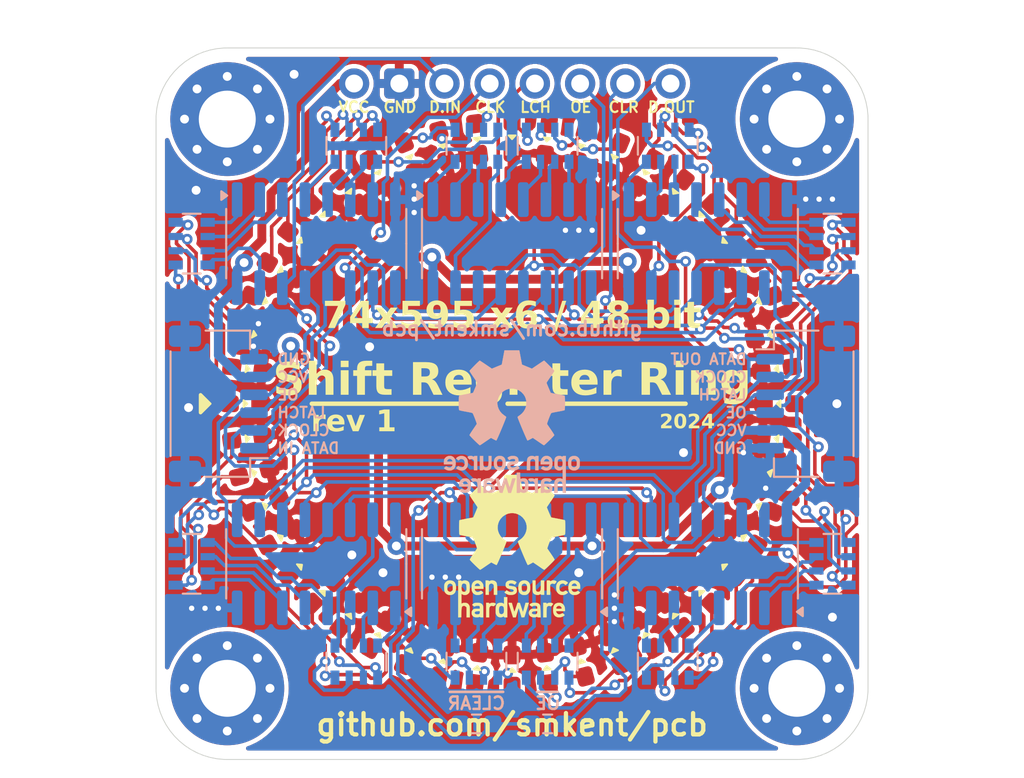
<source format=kicad_pcb>
(kicad_pcb (version 20240108) (generator "pcbnew") (generator_version "8.0")
  (layers (0 "F.Cu" jumper) (31 "B.Cu" signal) (34 "B.Paste" user) (35 "F.Paste" user) (36 "B.SilkS" user "B.Silkscreen") (37 "F.SilkS" user "F.Silkscreen") (38 "B.Mask" user) (39 "F.Mask" user) (44 "Edge.Cuts" user))
  (net 0 "")
  (net 1 "LED4")
  (net 2 "LED3")
  (net 3 "LED1")
  (net 4 "LED2")
  (net 5 "Net-(LED1-A)")
  (net 6 "Net-(LED2-A)")
  (net 7 "Net-(LED3-A)")
  (net 8 "Net-(LED4-A)")
  (net 9 "LED8")
  (net 10 "LED6")
  (net 11 "LED5")
  (net 12 "LED7")
  (net 13 "Net-(LED5-A)")
  (net 14 "Net-(LED6-A)")
  (net 15 "Net-(LED7-A)")
  (net 16 "Net-(LED8-A)")
  (net 17 "GND")
  (net 18 "VCC")
  (net 19 "OE")
  (net 20 "Clock")
  (net 21 "Data")
  (net 22 "Latch")
  (net 23 "Clear")
  (net 24 "Net-(LED9-A)")
  (net 25 "Net-(LED10-A)")
  (net 26 "Net-(LED11-A)")
  (net 27 "Net-(LED12-A)")
  (net 28 "Net-(LED13-A)")
  (net 29 "Net-(LED14-A)")
  (net 30 "Net-(LED15-A)")
  (net 31 "Net-(LED16-A)")
  (net 32 "LED9")
  (net 33 "LED10")
  (net 34 "LED11")
  (net 35 "LED12")
  (net 36 "LED14")
  (net 37 "LED16")
  (net 38 "LED15")
  (net 39 "LED13")
  (net 40 "Data2")
  (net 41 "Data_Out")
  (net 42 "Net-(LED17-A)")
  (net 43 "Net-(LED18-A)")
  (net 44 "Net-(LED19-A)")
  (net 45 "Net-(LED20-A)")
  (net 46 "Net-(LED21-A)")
  (net 47 "Net-(LED22-A)")
  (net 48 "Net-(LED23-A)")
  (net 49 "Net-(LED24-A)")
  (net 50 "Net-(LED25-A)")
  (net 51 "Net-(LED26-A)")
  (net 52 "Net-(LED27-A)")
  (net 53 "Net-(LED28-A)")
  (net 54 "Net-(LED29-A)")
  (net 55 "Net-(LED30-A)")
  (net 56 "Net-(LED31-A)")
  (net 57 "Net-(LED32-A)")
  (net 58 "LED20")
  (net 59 "LED18")
  (net 60 "LED19")
  (net 61 "LED17")
  (net 62 "LED24")
  (net 63 "LED21")
  (net 64 "LED22")
  (net 65 "LED23")
  (net 66 "LED28")
  (net 67 "LED26")
  (net 68 "LED27")
  (net 69 "LED25")
  (net 70 "LED31")
  (net 71 "LED32")
  (net 72 "LED30")
  (net 73 "LED29")
  (net 74 "Data3")
  (net 75 "Data4")
  (net 76 "Net-(LED33-A)")
  (net 77 "Net-(LED34-A)")
  (net 78 "Net-(LED35-A)")
  (net 79 "Net-(LED36-A)")
  (net 80 "Net-(LED37-A)")
  (net 81 "Net-(LED38-A)")
  (net 82 "Net-(LED39-A)")
  (net 83 "Net-(LED40-A)")
  (net 84 "Net-(LED41-A)")
  (net 85 "Net-(LED42-A)")
  (net 86 "Net-(LED43-A)")
  (net 87 "Net-(LED44-A)")
  (net 88 "Net-(LED45-A)")
  (net 89 "Net-(LED46-A)")
  (net 90 "Net-(LED47-A)")
  (net 91 "Net-(LED48-A)")
  (net 92 "LED35")
  (net 93 "LED33")
  (net 94 "LED34")
  (net 95 "LED36")
  (net 96 "LED37")
  (net 97 "LED40")
  (net 98 "LED38")
  (net 99 "LED39")
  (net 100 "LED43")
  (net 101 "LED44")
  (net 102 "LED42")
  (net 103 "LED41")
  (net 104 "LED46")
  (net 105 "LED45")
  (net 106 "LED47")
  (net 107 "LED48")
  (net 108 "Data5")
  (net 109 "Data6")
  (footprint "custom:LED_0603_1608Metric_Pad1.05x0.95mm_HandSolder_simple" (layer "F.Cu") (at 155.128328 96.957895 -172.5)
    (property "Reference" "LED48" (hide yes))
    (property "Value" "LED")
  )
  (footprint "custom:LED_0603_1608Metric_Pad1.05x0.95mm_HandSolder_simple" (layer "F.Cu") (at 179.131422 106.900302 -52.5)
    (property "Reference" "LED32" (hide yes))
    (property "Value" "LED")
  )
  (footprint "custom:LED_0603_1608Metric_Pad1.05x0.95mm_HandSolder_simple" (layer "F.Cu") (at 170 109.999999 -90)
    (property "Reference" "LED37" (hide yes))
    (property "Value" "LED")
  )
  (footprint "custom:LED_0603_1608Metric_Pad1.05x0.95mm_HandSolder_simple" (layer "F.Cu") (at 175.740252 108.858194 -67.5)
    (property "Reference" "LED34" (hide yes))
    (property "Value" "LED")
  )
  (footprint "custom:LED_0603_1608Metric_Pad1.05x0.95mm_HandSolder_simple" (layer "F.Cu") (at 184.871673 93.042107 7.5)
    (property "Reference" "LED24" (hide yes))
    (property "Value" "LED")
  )
  (footprint "custom:LED_0603_1608Metric_Pad1.05x0.95mm_HandSolder_simple" (layer "F.Cu") (at 164.259747 81.141808 112.5)
    (property "Reference" "LED10" (hide yes))
    (property "Value" "LED")
  )
  (footprint "custom:LED_0603_1608Metric_Pad1.05x0.95mm_HandSolder_simple" (layer "F.Cu") (at 180.606601 84.393401 45)
    (property "Reference" "LED19" (hide yes))
    (property "Value" "LED")
  )
  (footprint "custom:LED_0603_1608Metric_Pad1.05x0.95mm_HandSolder_simple" (layer "F.Cu") (at 155.000001 95 180)
    (property "Reference" "LED1" (hide yes))
    (property "Value" "LED")
  )
  (footprint "custom:LED_0603_1608Metric_Pad1.05x0.95mm_HandSolder_simple" (layer "F.Cu") (at 171.957894 109.871674 -82.5)
    (property "Reference" "LED36" (hide yes))
    (property "Value" "LED")
  )
  (footprint "custom:LED_0603_1608Metric_Pad1.05x0.95mm_HandSolder_simple" (layer "F.Cu") (at 159.393399 105.606601 -135)
    (property "Reference" "LED43" (hide yes))
    (property "Value" "LED")
  )
  (footprint "custom:LED_0603_1608Metric_Pad1.05x0.95mm_HandSolder_simple" (layer "F.Cu") (at 155.511112 98.882287 -165)
    (property "Reference" "LED47" (hide yes))
    (property "Value" "LED")
  )
  (footprint "custom:LED_0603_1608Metric_Pad1.05x0.95mm_HandSolder_simple" (layer "F.Cu") (at 158.099699 85.86858 142.5)
    (property "Reference" "LED6" (hide yes))
    (property "Value" "LED")
  )
  (footprint "custom:LED_0603_1608Metric_Pad1.05x0.95mm_HandSolder_simple" (layer "F.Cu") (at 183.858193 100.740252 -22.5)
    (property "Reference" "LED28" (hide yes))
    (property "Value" "LED")
  )
  (footprint "custom:LED_0603_1608Metric_Pad1.05x0.95mm_HandSolder_simple" (layer "F.Cu") (at 160.868577 83.099701 127.5)
    (property "Reference" "LED8" (hide yes))
    (property "Value" "LED")
  )
  (footprint "custom:LED_0603_1608Metric_Pad1.05x0.95mm_HandSolder_simple" (layer "F.Cu") (at 162.5 82.00962 120)
    (property "Reference" "LED9" (hide yes))
    (property "Value" "LED")
  )
  (footprint "custom:LED_0603_1608Metric_Pad1.05x0.95mm_HandSolder_simple" (layer "F.Cu") (at 177.5 107.990383 -60)
    (property "Reference" "LED33" (hide yes))
    (property "Value" "LED")
  )
  (footprint "custom:LED_0603_1608Metric_Pad1.05x0.95mm_HandSolder_simple" (layer "F.Cu") (at 155.128328 93.042109 172.5)
    (property "Reference" "LED2" (hide yes))
    (property "Value" "LED")
  )
  (footprint "custom:LED_0603_1608Metric_Pad1.05x0.95mm_HandSolder_simple" (layer "F.Cu") (at 175.740252 81.14181 67.5)
    (property "Reference" "LED16" (hide yes))
    (property "Value" "LED")
  )
  (footprint "MountingHole:MountingHole_3.2mm_M3_Pad_Via" (layer "F.Cu") (at 154 79)
    (property "Reference" "REF**" (hide yes))
    (property "Value" "MountingHole_3.2mm_M3_Pad_Via")
  )
  (footprint "custom:LED_0603_1608Metric_Pad1.05x0.95mm_HandSolder_simple" (layer "F.Cu") (at 177.5 82.009619 60)
    (property "Reference" "LED17" (hide yes))
    (property "Value" "LED")
  )
  (footprint "custom:LED_0603_1608Metric_Pad1.05x0.95mm_HandSolder_simple" (layer "F.Cu") (at 158.0997 104.131424 -142.5)
    (property "Reference" "LED44" (hide yes))
    (property "Value" "LED")
  )
  (footprint "custom:LED_0603_1608Metric_Pad1.05x0.95mm_HandSolder_simple" (layer "F.Cu") (at 164.259749 108.858194 -112.5)
    (property "Reference" "LED40" (hide yes))
    (property "Value" "LED")
  )
  (footprint "custom:LED_0603_1608Metric_Pad1.05x0.95mm_HandSolder_simple" (layer "F.Cu") (at 181.9003 85.868579 37.5)
    (property "Reference" "LED20" (hide yes))
    (property "Value" "LED")
  )
  (footprint "custom:LED_0603_1608Metric_Pad1.05x0.95mm_HandSolder_simple" (layer "F.Cu") (at 155.511112 91.117714 165)
    (property "Reference" "LED3" (hide yes))
    (property "Value" "LED")
  )
  (footprint "custom:LED_0603_1608Metric_Pad1.05x0.95mm_HandSolder_simple" (layer "F.Cu") (at 183.858194 89.259748 22.5)
    (property "Reference" "LED22" (hide yes))
    (property "Value" "LED")
  )
  (footprint "custom:LED_0603_1608Metric_Pad1.05x0.95mm_HandSolder_simple" (layer "F.Cu") (at 168.042108 109.871674 -97.5)
    (property "Reference" "LED38" (hide yes))
    (property "Value" "LED")
  )
  (footprint "custom:LED_0603_1608Metric_Pad1.05x0.95mm_HandSolder_simple" (layer "F.Cu") (at 168.042109 80.128328 97.5)
    (property "Reference" "LED12" (hide yes))
    (property "Value" "LED")
  )
  (footprint "MountingHole:MountingHole_3.2mm_M3_Pad_Via" (layer "F.Cu") (at 154 111)
    (property "Reference" "REF**" (hide yes))
    (property "Value" "MountingHole_3.2mm_M3_Pad_Via")
  )
  (footprint "custom:LED_0603_1608Metric_Pad1.05x0.95mm_HandSolder_simple" (layer "F.Cu") (at 159.3934 84.393401 135)
    (property "Reference" "LED7" (hide yes))
    (property "Value" "LED")
  )
  (footprint "custom:LED_0603_1608Metric_Pad1.05x0.95mm_HandSolder_simple" (layer "F.Cu") (at 166.117714 80.511112 105)
    (property "Reference" "LED11" (hide yes))
    (property "Value" "LED")
  )
  (footprint "custom:LED_0603_1608Metric_Pad1.05x0.95mm_HandSolder_simple" (layer "F.Cu") (at 184.488888 91.117716 15)
    (property "Reference" "LED23" (hide yes))
    (property "Value" "LED")
  )
  (footprint "custom:LED_0603_1608Metric_Pad1.05x0.95mm_HandSolder_simple" (layer "F.Cu") (at 171.957892 80.128329 82.5)
    (property "Reference" "LED14" (hide yes))
    (property "Value" "LED")
  )
  (footprint "Symbol:OSHW-Logo_7.5x8mm_SilkScreen" (layer "F.Cu") (at 170 103)
    (property "Reference" "REF**" (hide yes))
    (property "Value" "OSHW-Logo_7.5x8mm_SilkScreen" (hide yes))
  )
  (footprint "custom:LED_0603_1608Metric_Pad1.05x0.95mm_HandSolder_simple" (layer "F.Cu") (at 160.868578 106.900303 -127.5)
    (property "Reference" "LED42" (hide yes))
    (property "Value" "LED")
  )
  (footprint "MountingHole:MountingHole_3.2mm_M3_Pad_Via" (layer "F.Cu") (at 186 79)
    (property "Reference" "REF**" (hide yes))
    (property "Value" "MountingHole_3.2mm_M3_Pad_Via")
  )
  (footprint "custom:LED_0603_1608Metric_Pad1.05x0.95mm_HandSolder_simple" (layer "F.Cu") (at 166.117715 109.488888 -105)
    (property "Reference" "LED39" (hide yes))
    (property "Value" "LED")
  )
  (footprint "custom:LED_0603_1608Metric_Pad1.05x0.95mm_HandSolder_simple" (layer "F.Cu") (at 182.990382 87.5 30)
    (property "Reference" "LED21" (hide yes))
    (property "Value" "LED")
  )
  (footprint "custom:LED_0603_1608Metric_Pad1.05x0.95mm_HandSolder_simple" (layer "F.Cu") (at 157.009618 102.5 -150)
    (property "Reference" "LED45" (hide yes))
    (property "Value" "LED")
  )
  (footprint "custom:LED_0603_1608Metric_Pad1.05x0.95mm_HandSolder_simple" (layer "F.Cu") (at 156.141808 89.259751 157.5)
    (property "Reference" "LED4" (hide yes))
    (property "Value" "LED")
  )
  (footprint "custom:LED_0603_1608Metric_Pad1.05x0.95mm_HandSolder_simple" (layer "F.Cu") (at 170.000001 80.000001 90)
    (property "Reference" "LED13" (hide yes))
    (property "Value" "LED")
  )
  (footprint "custom:LED_0603_1608Metric_Pad1.05x0.95mm_HandSolder_simple" (layer "F.Cu") (at 181.900301 104.131423 -37.5)
    (property "Reference" "LED30" (hide yes))
    (property "Value" "LED")
  )
  (footprint "custom:LED_0603_1608Metric_Pad1.05x0.95mm_HandSolder_simple" (layer "F.Cu") (at 162.500002 107.990383 -120)
    (property "Reference" "LED41" (hide yes))
    (property "Value" "LED")
  )
  (footprint "custom:LED_0603_1608Metric_Pad1.05x0.95mm_HandSolder_simple" (layer "F.Cu") (at 157.009619 87.500002 150)
    (property "Reference" "LED5" (hide yes))
    (property "Value" "LED")
  )
  (footprint "custom:LED_0603_1608Metric_Pad1.05x0.95mm_HandSolder_simple" (layer "F.Cu") (at 179.131421 83.0997 52.5)
    (property "Reference" "LED18" (hide yes))
    (property "Value" "LED")
  )
  (footprint "custom:LED_0603_1608Metric_Pad1.05x0.95mm_HandSolder_simple" (layer "F.Cu") (at 156.141808 100.740252 -157.5)
    (property "Reference" "LED46" (hide yes))
    (property "Value" "LED")
  )
  (footprint "custom:LED_0603_1608Metric_Pad1.05x0.95mm_HandSolder_simple" (layer "F.Cu") (at 182.990382 102.500001 -30)
    (property "Reference" "LED29" (hide yes))
    (property "Value" "LED")
  )
  (footprint "custom:LED_0603_1608Metric_Pad1.05x0.95mm_HandSolder_simple" (layer "F.Cu") (at 173.882285 80.511115 75)
    (property "Reference" "LED15" (hide yes))
    (property "Value" "LED")
  )
  (footprint "custom:LED_0603_1608Metric_Pad1.05x0.95mm_HandSolder_simple" (layer "F.Cu") (at 185 95.000001)
    (property "Reference" "LED25" (hide yes))
    (property "Value" "LED")
  )
  (footprint "custom:LED_0603_1608Metric_Pad1.05x0.95mm_HandSolder_simple" (layer "F.Cu") (at 173.882285 109.488887 -75)
    (property "Reference" "LED35" (hide yes))
    (property "Value" "LED")
  )
  (footprint "custom:LED_0603_1608Metric_Pad1.05x0.95mm_HandSolder_simple" (layer "F.Cu") (at 184.488887 98.882284 -15)
    (property "Reference" "LED27" (hide yes))
    (property "Value" "LED")
  )
  (footprint "custom:LED_0603_1608Metric_Pad1.05x0.95mm_HandSolder_simple" (layer "F.Cu") (at 180.606601 105.606603 -45)
    (property "Reference" "LED31" (hide yes))
    (property "Value" "LED")
  )
  (footprint "custom:LED_0603_1608Metric_Pad1.05x0.95mm_HandSolder_simple" (layer "F.Cu") (at 184.871673 96.957893 -7.5)
    (property "Reference" "LED26" (hide yes))
    (property "Value" "LED")
  )
  (footprint "MountingHole:MountingHole_3.2mm_M3_Pad_Via" (layer "F.Cu") (at 186 111)
    (property "Reference" "REF**" (hide yes))
    (property "Value" "MountingHole_3.2mm_M3_Pad_Via")
  )
  (footprint "Package_SO:SOIC-16_3.9x9.9mm_P1.27mm" (layer "B.Cu") (at 170 104 90)
    (property "Reference" "U5" (hide yes))
    (property "Value" "74HC595")
  )
  (footprint "Resistor_SMD:R_Array_Convex_4x0603" (layer "B.Cu") (at 168 109.5 90)
    (property "Reference" "RN10" (hide yes))
    (property "Value" "10K")
  )
  (footprint "Resistor_SMD:R_Array_Convex_4x0603" (layer "B.Cu") (at 172 80.5 -90)
    (property "Reference" "RN4" (hide yes))
    (property "Value" "10K")
  )
  (footprint "Resistor_SMD:R_Array_Convex_4x0603" (layer "B.Cu") (at 168 80.5 -90)
    (property "Reference" "RN3" (hide yes))
    (property "Value" "10K")
  )
  (footprint "Resistor_SMD:R_Array_Convex_4x0603" (layer "B.Cu") (at 161.25 80.5 -90)
    (property "Reference" "RN2" (hide yes))
    (property "Value" "10K")
  )
  (footprint "Package_SO:SOIC-16_3.9x9.9mm_P1.27mm" (layer "B.Cu") (at 170 86 -90)
    (property "Reference" "U2" (hide yes))
    (property "Value" "74HC595")
  )
  (footprint "custom:JST_SH_SM06B-SRSS-TB_1x06-1MP_P1.00mm_Horizontal" (layer "B.Cu") (at 186.5 95 -90)
    (property "Reference" "J3")
    (property "Value" "JST SH")
  )
  (footprint "Symbol:OSHW-Logo_7.5x8mm_SilkScreen" (layer "B.Cu") (at 170 96 180)
    (property "Reference" "REF**" (hide yes))
    (property "Value" "OSHW-Logo_7.5x8mm_SilkScreen" (hide yes))
  )
  (footprint "Package_SO:SOIC-16_3.9x9.9mm_P1.27mm" (layer "B.Cu") (at 159 104 90)
    (property "Reference" "U6" (hide yes))
    (property "Value" "74HC595")
  )
  (footprint "Resistor_SMD:R_Array_Convex_4x0603" (layer "B.Cu") (at 178.75 109.5 90)
    (property "Reference" "RN8" (hide yes))
    (property "Value" "10K")
  )
  (footprint "Resistor_SMD:R_Array_Convex_4x0603" (layer "B.Cu") (at 188 104 180)
    (property "Reference" "RN7" (hide yes))
    (property "Value" "10K")
  )
  (footprint "Resistor_SMD:R_Array_Convex_4x0603" (layer "B.Cu") (at 172 109.5 90)
    (property "Reference" "RN9" (hide yes))
    (property "Value" "10K")
  )
  (footprint "Package_SO:SOIC-16_3.9x9.9mm_P1.27mm" (layer "B.Cu") (at 181 86 -90)
    (property "Reference" "U3" (hide yes))
    (property "Value" "74HC595")
  )
  (footprint "Resistor_SMD:R_Array_Convex_4x0603" (layer "B.Cu") (at 152 86)
    (property "Reference" "RN1" (hide yes))
    (property "Value" "10K")
  )
  (footprint "custom:JST_SH_SM06B-SRSS-TB_1x06-1MP_P1.00mm_Horizontal" (layer "B.Cu") (at 153.5 95 90)
    (property "Reference" "J2")
    (property "Value" "JST SH")
  )
  (footprint "Resistor_SMD:R_0603_1608Metric_Pad0.98x0.95mm_HandSolder" (layer "B.Cu") (at 168 113 180)
    (property "Reference" "R1" (hide yes))
    (property "Value" "10K")
  )
  (footprint "Resistor_SMD:R_0603_1608Metric_Pad0.98x0.95mm_HandSolder" (layer "B.Cu") (at 172 113)
    (property "Reference" "R2" (hide yes))
    (property "Value" "10K")
  )
  (footprint "Resistor_SMD:R_Array_Convex_4x0603" (layer "B.Cu") (at 188 86 180)
    (property "Reference" "RN6" (hide yes))
    (property "Value" "10K")
  )
  (footprint "Resistor_SMD:R_Array_Convex_4x0603" (layer "B.Cu") (at 178.75 80.5 -90)
    (property "Reference" "RN5" (hide yes))
    (property "Value" "10K")
  )
  (footprint "custom:PinHeader_1x08_P2.54mm_Vertical_simple_pad2gnd" (layer "B.Cu") (at 161.125 77 -90)
    (property "Reference" "J0" (hide yes))
    (property "Value" "Pin Headers")
  )
  (footprint "Resistor_SMD:R_Array_Convex_4x0603" (layer "B.Cu") (at 161.25 109.5 90)
    (property "Reference" "RN11" (hide yes))
    (property "Value" "10K")
  )
  (footprint "Package_SO:SOIC-16_3.9x9.9mm_P1.27mm" (layer "B.Cu") (at 181 104 90)
    (property "Reference" "U4" (hide yes))
    (property "Value" "74HC595")
  )
  (footprint "Resistor_SMD:R_Array_Convex_4x0603" (layer "B.Cu") (at 152 104)
    (property "Reference" "RN12" (hide yes))
    (property "Value" "10K")
  )
  (footprint "Package_SO:SOIC-16_3.9x9.9mm_P1.27mm" (layer "B.Cu") (at 159 86 -90)
    (property "Reference" "U1" (hide yes))
    (property "Value" "74HC595")
  )
  (gr_line (start 171.4 111.2) (end 172.55 111.2) (stroke (width 0.15)) (layer "B.SilkS"))
  (gr_line (start 169.5 111.2) (end 166.5 111.2) (stroke (width 0.15)) (layer "B.SilkS"))
  (gr_line (start 158.75 95) (end 167.75 95) (stroke (width 0.25)) (layer "F.SilkS"))
  (gr_line (start 169.75 95) (end 179.75 95) (stroke (width 0.25)) (layer "F.SilkS"))
  (gr_poly (pts (xy 153 95) (xy 152.5 94.5) (xy 152.5 95.5)) (stroke (width 0.2)) (fill solid) (layer "F.SilkS"))
  (gr_poly (pts (xy 154 75) (xy 153.80361 75.002394) (xy 153.412722 75.040893) (xy 153.02749 75.117521) (xy 152.651623 75.231539) (xy 152.288742 75.381849) (xy 151.942341 75.567004) (xy 151.615757 75.78522) (xy 151.312134 76.034397) (xy 151.034397 76.312134) (xy 150.78522 76.615757) (xy 150.567004 76.942341) (xy 150.381849 77.288742) (xy 150.231539 77.651623) (xy 150.117521 78.02749) (xy 150.040893 78.412722) (xy 150.002394 78.80361) (xy 150 79) (xy 150 89) (xy 150 101) (xy 150 111) (xy 150.002394 111.19639) (xy 150.040893 111.587278) (xy 150.117521 111.97251) (xy 150.231539 112.348377) (xy 150.381849 112.711258) (xy 150.567004 113.057659) (xy 150.78522 113.384243) (xy 151.034397 113.687866) (xy 151.312134 113.965603) (xy 151.615757 114.21478) (xy 151.942341 114.432996) (xy 152.288742 114.618151) (xy 152.651623 114.768461) (xy 153.02749 114.882479) (xy 153.412722 114.959107) (xy 153.80361 114.997606) (xy 154 115) (xy 186 115) (xy 186.19639 114.997606) (xy 186.587278 114.959107) (xy 186.97251 114.882479) (xy 187.348377 114.768461) (xy 187.711258 114.618151) (xy 188.057659 114.432996) (xy 188.384243 114.21478) (xy 188.687866 113.965603) (xy 188.965603 113.687866) (xy 189.21478 113.384243) (xy 189.432996 113.057659) (xy 189.618151 112.711258) (xy 189.768461 112.348377) (xy 189.882479 111.97251) (xy 189.959107 111.587278) (xy 189.997606 111.19639) (xy 190 111) (xy 190 101) (xy 190 89) (xy 190 79) (xy 189.997606 78.80361) (xy 189.959107 78.412722) (xy 189.882479 78.02749) (xy 189.768461 77.651623) (xy 189.618151 77.288742) (xy 189.432996 76.942341) (xy 189.21478 76.615757) (xy 188.965603 76.312134) (xy 188.687866 76.034397) (xy 188.384243 75.78522) (xy 188.057659 75.567004) (xy 187.711258 75.381849) (xy 187.348377 75.231539) (xy 186.97251 75.117521) (xy 186.587278 75.040893) (xy 186.19639 75.002394) (xy 186 75)) (stroke (width 0.05)) (fill none) (layer "Edge.Cuts"))
  (gr_text "GND" (at 156.75 92.5 0) (layer "B.SilkS") (effects (font (size 0.6 0.6) (thickness 0.12) (bold yes)) (justify right mirror)))
  (gr_text "DATA OUT" (at 183.25 92.5 0) (layer "B.SilkS") (effects (font (size 0.6 0.6) (thickness 0.12) (bold yes)) (justify left mirror)))
  (gr_text "OE" (at 183.25 95.5 0) (layer "B.SilkS") (effects (font (size 0.6 0.6) (thickness 0.12) (bold yes)) (justify left mirror)))
  (gr_text "LATCH" (at 156.75 95.5 0) (layer "B.SilkS") (effects (font (size 0.6 0.6) (thickness 0.12) (bold yes)) (justify right mirror)))
  (gr_text "VCC" (at 183.25 96.5 0) (layer "B.SilkS") (effects (font (size 0.6 0.6) (thickness 0.12) (bold yes)) (justify left mirror)))
  (gr_text "CLOCK" (at 156.75 96.5 0) (layer "B.SilkS") (effects (font (size 0.6 0.6) (thickness 0.12) (bold yes)) (justify right mirror)))
  (gr_text "CLOCK" (at 183.25 93.5 0) (layer "B.SilkS") (effects (font (size 0.6 0.6) (thickness 0.12) (bold yes)) (justify left mirror)))
  (gr_text "VCC" (at 156.75 93.5 0) (layer "B.SilkS") (effects (font (size 0.6 0.6) (thickness 0.12) (bold yes)) (justify right mirror)))
  (gr_text "github.com/smkent/pcb" (at 170 91.25 -0) (layer "B.SilkS") (effects (font (size 0.8 0.8) (thickness 0.16) (bold yes)) (justify bottom mirror)))
  (gr_text "GND" (at 183.25 97.5 0) (layer "B.SilkS") (effects (font (size 0.6 0.6) (thickness 0.12) (bold yes)) (justify left mirror)))
  (gr_text "OE" (at 172 112.25 0) (layer "B.SilkS") (effects (font (size 0.7 0.7) (thickness 0.14) (bold yes)) (justify bottom mirror)))
  (gr_text "DATA IN" (at 156.75 97.5 0) (layer "B.SilkS") (effects (font (size 0.6 0.6) (thickness 0.12) (bold yes)) (justify right mirror)))
  (gr_text "OE" (at 156.75 94.5 0) (layer "B.SilkS") (effects (font (size 0.6 0.6) (thickness 0.12) (bold yes)) (justify right mirror)))
  (gr_text "LATCH" (at 183.25 94.5 0) (layer "B.SilkS") (effects (font (size 0.6 0.6) (thickness 0.12) (bold yes)) (justify left mirror)))
  (gr_text "CLEAR" (at 168 112.25 0) (layer "B.SilkS") (effects (font (size 0.7 0.7) (thickness 0.14) (bold yes)) (justify bottom mirror)))
  (gr_text "GND" (at 163.703 77.978 0) (layer "F.SilkS") (effects (font (size 0.6 0.6) (thickness 0.12) (bold yes)) (justify top)))
  (gr_text "Shift Register Ring" (at 170 93.75 0) (layer "F.SilkS") (effects (font (size 1.8 1.8) (thickness 0.3) (bold yes))))
  (gr_text "2024" (at 181.4 96.05 -0) (layer "F.SilkS") (effects (font (size 0.8 0.8) (thickness 0.24) (bold yes)) (justify right)))
  (gr_text "D.IN" (at 166.243 77.978 0) (layer "F.SilkS") (effects (font (size 0.6 0.6) (thickness 0.12) (bold yes)) (justify top)))
  (gr_text "OE" (at 173.863 77.978 0) (layer "F.SilkS") (effects (font (size 0.6 0.6) (thickness 0.12) (bold yes)) (justify top)))
  (gr_text "74x595 x6 / 48 bit" (at 170 91 0) (layer "F.SilkS") (effects (font (size 1.5 1.5) (thickness 0.3) (bold yes)) (justify bottom)))
  (gr_text "rev 1" (at 158.7 96.05 -0) (layer "F.SilkS") (effects (font (size 1.2 1.2) (thickness 0.24) (bold yes)) (justify left)))
  (gr_text "LCH" (at 171.323 77.978 0) (layer "F.SilkS") (effects (font (size 0.6 0.6) (thickness 0.12) (bold yes)) (justify top)))
  (gr_text "VCC" (at 161.125 77.978 0) (layer "F.SilkS") (effects (font (size 0.6 0.6) (thickness 0.12) (bold yes)) (justify top)))
  (gr_text "CLK" (at 168.783 77.978 0) (layer "F.SilkS") (effects (font (size 0.6 0.6) (thickness 0.12) (bold yes)) (justify top)))
  (gr_text "CLR" (at 176.276 77.978 0) (layer "F.SilkS") (effects (font (size 0.6 0.6) (thickness 0.12) (bold yes)) (justify top)))
  (gr_text "D.OUT" (at 178.943 77.978 0) (layer "F.SilkS") (effects (font (size 0.6 0.6) (thickness 0.12) (bold yes)) (justify top)))
  (gr_text "github.com/smkent/pcb" (at 170 113.75 0) (layer "F.SilkS") (effects (font (size 1.2 1.2) (thickness 0.24) (bold yes)) (justify bottom)))
  (segment (start 157.095 83.870552) (end 157.095 83.525) (width 0.2) (layer "B.Cu") (net 1))
  (segment (start 152.9 86.399999) (end 153.915687 86.399999) (width 0.2) (layer "B.Cu") (net 1))
  (segment (start 156.165552 84.8) (end 157.095 83.870552) (width 0.2) (layer "B.Cu") (net 1))
  (segment (start 153.915687 86.399999) (end 155.515686 84.8) (width 0.2) (layer "B.Cu") (net 1))
  (segment (start 155.515686 84.8) (end 156.165552 84.8) (width 0.2) (layer "B.Cu") (net 1))
  (segment (start 155.825 83.925) (end 155.825 83.525) (width 0.2) (layer "B.Cu") (net 2))
  (segment (start 152.9 85.600001) (end 154.149999 85.600001) (width 0.2) (layer "B.Cu") (net 2))
  (segment (start 154.149999 85.600001) (end 155.825 83.925) (width 0.2) (layer "B.Cu") (net 2))
  (segment (start 154.613093 86.268279) (end 155.275835 86.268279) (width 0.2) (layer "B.Cu") (net 3))
  (segment (start 155.825 86.817444) (end 155.825 88.475) (width 0.2) (layer "B.Cu") (net 3))
  (segment (start 155.275835 86.268279) (end 155.825 86.817444) (width 0.2) (layer "B.Cu") (net 3))
  (segment (start 153.200001 86.899999) (end 153.981373 86.899999) (width 0.2) (layer "B.Cu") (net 3))
  (segment (start 153.981373 86.899999) (end 154.613093 86.268279) (width 0.2) (layer "B.Cu") (net 3))
  (segment (start 152.9 87.2) (end 153.200001 86.899999) (width 0.2) (layer "B.Cu") (net 3))
  (segment (start 152.9 84.8) (end 154.2 84.8) (width 0.2) (layer "B.Cu") (net 4))
  (segment (start 154.2 84.8) (end 154.555 84.445) (width 0.2) (layer "B.Cu") (net 4))
  (segment (start 154.555 84.445) (end 154.555 83.525) (width 0.2) (layer "B.Cu") (net 4))
  (segment (start 151.25 88.606692) (end 153.386673 90.743365) (width 0.2) (layer "F.Cu") (net 5))
  (segment (start 151.25 88) (end 151.25 88.606692) (width 0.2) (layer "F.Cu") (net 5))
  (segment (start 153.386673 90.743365) (end 153.386673 94.261672) (width 0.2) (layer "F.Cu") (net 5))
  (segment (start 153.386673 94.261672) (end 154.125001 95) (width 0.2) (layer "F.Cu") (net 5))
  (via (at 151.25 88) (size 0.6) (drill 0.3) (layers "F.Cu" "B.Cu") (net 5))
  (segment (start 151.1 87.2) (end 151.1 87.85) (width 0.2) (layer "B.Cu") (net 5))
  (segment (start 151.1 87.85) (end 151.25 88) (width 0.2) (layer "B.Cu") (net 5))
  (segment (start 151.85 88.641006) (end 153.786673 90.577679) (width 0.2) (layer "F.Cu") (net 6))
  (segment (start 151.700324 84.951147) (end 151.15 85.501471) (width 0.2) (layer "F.Cu") (net 6))
  (segment (start 153.786673 92.453757) (end 154.260814 92.927898) (width 0.2) (layer "F.Cu") (net 6))
  (segment (start 151.85 86.698529) (end 151.85 88.641006) (width 0.2) (layer "F.Cu") (net 6))
  (segment (start 153.786673 90.577679) (end 153.786673 92.453757) (width 0.2) (layer "F.Cu") (net 6))
  (segment (start 151.15 85.998529) (end 151.85 86.698529) (width 0.2) (layer "F.Cu") (net 6))
  (segment (start 151.15 85.501471) (end 151.15 85.998529) (width 0.2) (layer "F.Cu") (net 6))
  (segment (start 151.792871 84.951147) (end 151.700324 84.951147) (width 0.2) (layer "F.Cu") (net 6))
  (via (at 151.792871 84.951147) (size 0.6) (drill 0.3) (layers "F.Cu" "B.Cu") (net 6))
  (segment (start 151.641724 84.8) (end 151.792871 84.951147) (width 0.2) (layer "B.Cu") (net 6))
  (segment (start 151.1 84.8) (end 151.641724 84.8) (width 0.2) (layer "B.Cu") (net 6))
  (segment (start 152.25 86.532843) (end 152.25 88.47532) (width 0.2) (layer "F.Cu") (net 7))
  (segment (start 152.25 88.47532) (end 154.665927 90.891247) (width 0.2) (layer "F.Cu") (net 7))
  (segment (start 151.75 86.032843) (end 152.25 86.532843) (width 0.2) (layer "F.Cu") (net 7))
  (segment (start 151.75 85.75) (end 151.75 86.032843) (width 0.2) (layer "F.Cu") (net 7))
  (via (at 151.75 85.75) (size 0.6) (drill 0.3) (layers "F.Cu" "B.Cu") (net 7))
  (segment (start 151.1 85.600001) (end 151.600001 85.600001) (width 0.2) (layer "B.Cu") (net 7))
  (segment (start 151.600001 85.600001) (end 151.75 85.75) (width 0.2) (layer "B.Cu") (net 7))
  (segment (start 154.090366 89.75) (end 154.508316 89.75) (width 0.2) (layer "F.Cu") (net 8))
  (segment (start 154.508316 89.75) (end 155.333413 88.924903) (width 0.2) (layer "F.Cu") (net 8))
  (segment (start 152.85 88.509634) (end 154.090366 89.75) (width 0.2) (layer "F.Cu") (net 8))
  (segment (start 152.85 88.063395) (end 152.85 88.509634) (width 0.2) (layer "F.Cu") (net 8))
  (via (at 152.85 88.063395) (size 0.6) (drill 0.3) (layers "F.Cu" "B.Cu") (net 8))
  (segment (start 152.2 86.899999) (end 152.2 87.75) (width 0.2) (layer "B.Cu") (net 8))
  (segment (start 151.1 86.399999) (end 151.7 86.399999) (width 0.2) (layer "B.Cu") (net 8))
  (segment (start 151.7 86.399999) (end 152.2 86.899999) (width 0.2) (layer "B.Cu") (net 8))
  (segment (start 152.2 87.75) (end 152.513395 88.063395) (width 0.2) (layer "B.Cu") (net 8))
  (segment (start 152.513395 88.063395) (end 152.85 88.063395) (width 0.2) (layer "B.Cu") (net 8))
  (segment (start 162.175 81.675) (end 162.175 83.525) (width 0.2) (layer "B.Cu") (net 9))
  (segment (start 162.45 81.4) (end 162.175 81.675) (width 0.2) (layer "B.Cu") (net 9))
  (segment (start 160.85 81.400001) (end 160.85 81.964448) (width 0.2) (layer "B.Cu") (net 10))
  (segment (start 159.635 83.179448) (end 159.635 83.525) (width 0.2) (layer "B.Cu") (net 10))
  (segment (start 160.85 81.964448) (end 159.635 83.179448) (width 0.2) (layer "B.Cu") (net 10))
  (segment (start 160.05 81.4) (end 158.365 83.085) (width 0.2) (layer "B.Cu") (net 11))
  (segment (start 158.365 83.085) (end 158.365 83.525) (width 0.2) (layer "B.Cu") (net 11))
  (segment (start 160.905 82.550001) (end 161.65 81.805001) (width 0.2) (layer "B.Cu") (net 12))
  (segment (start 160.905 83.525) (end 160.905 82.550001) (width 0.2) (layer "B.Cu") (net 12))
  (segment (start 161.65 81.805001) (end 161.65 81.400001) (width 0.2) (layer "B.Cu") (net 12))
  (segment (start 157.005515 83.396008) (end 157.005515 84.527381) (width 0.2) (layer "F.Cu") (net 13))
  (segment (start 156.492764 85.570822) (end 156.5 85.578058) (width 0.2) (layer "F.Cu") (net 13))
  (segment (start 157.005515 84.527381) (end 156.492764 85.040132) (width 0.2) (layer "F.Cu") (net 13))
  (segment (start 159.135911 81.265612) (end 157.005515 83.396008) (width 0.2) (layer "F.Cu") (net 13))
  (segment (start 159.573816 79.10666) (end 159.135911 79.544565) (width 0.2) (layer "F.Cu") (net 13))
  (segment (start 156.5 86.814349) (end 156.251847 87.062502) (width 0.2) (layer "F.Cu") (net 13))
  (segment (start 156.492764 85.040132) (end 156.492764 85.570822) (width 0.2) (layer "F.Cu") (net 13))
  (segment (start 159.573816 78.823816) (end 159.573816 79.10666) (width 0.2) (layer "F.Cu") (net 13))
  (segment (start 156.5 85.578058) (end 156.5 86.814349) (width 0.2) (layer "F.Cu") (net 13))
  (segment (start 159.135911 79.544565) (end 159.135911 81.265612) (width 0.2) (layer "F.Cu") (net 13))
  (via (at 159.573816 78.823816) (size 0.6) (drill 0.3) (layers "F.Cu" "B.Cu") (net 13))
  (segment (start 160.05 79.6) (end 160.05 79.3) (width 0.2) (layer "B.Cu") (net 13))
  (segment (start 160.05 79.3) (end 159.573816 78.823816) (width 0.2) (layer "B.Cu") (net 13))
  (segment (start 160.50307 78.743092) (end 159.535911 79.710251) (width 0.2) (layer "F.Cu") (net 14))
  (segment (start 159.535911 81.431298) (end 157.405515 83.561694) (width 0.2) (layer "F.Cu") (net 14))
  (segment (start 159.535911 79.710251) (end 159.535911 81.431298) (width 0.2) (layer "F.Cu") (net 14))
  (segment (start 157.405515 83.561694) (end 157.405515 85.335914) (width 0.2) (layer "F.Cu") (net 14))
  (via (at 160.50307 78.743092) (size 0.6) (drill 0.3) (layers "F.Cu" "B.Cu") (net 14))
  (segment (start 160.725737 78.965759) (end 160.50307 78.743092) (width 0.2) (layer "B.Cu") (net 14))
  (segment (start 160.725737 79.475736) (end 160.725737 78.965759) (width 0.2) (layer "B.Cu") (net 14))
  (segment (start 160.85 79.599999) (end 160.725737 79.475736) (width 0.2) (layer "B.Cu") (net 14))
  (segment (start 161.325737 78.775734) (end 159.935911 80.16556) (width 0.2) (layer "F.Cu") (net 15))
  (segment (start 159.935911 81.596984) (end 158.774682 82.758213) (width 0.2) (layer "F.Cu") (net 15))
  (segment (start 159.935911 80.16556) (end 159.935911 81.596984) (width 0.2) (layer "F.Cu") (net 15))
  (segment (start 158.774682 82.758213) (end 158.774682 83.774683) (width 0.2) (layer "F.Cu") (net 15))
  (via (at 161.325737 78.775734) (size 0.6) (drill 0.3) (layers "F.Cu" "B.Cu") (net 15))
  (segment (start 161.65 79.599999) (end 161.35 79.299999) (width 0.2) (layer "B.Cu") (net 15))
  (segment (start 161.35 79.299999) (end 161.35 78.799997) (width 0.2) (layer "B.Cu") (net 15))
  (segment (start 161.35 78.799997) (end 161.325737 78.775734) (width 0.2) (layer "B.Cu") (net 15))
  (segment (start 160.335911 80.61409) (end 160.335911 82.405517) (width 0.2) (layer "F.Cu") (net 16))
  (segment (start 162.150002 78.799999) (end 160.335911 80.61409) (width 0.2) (layer "F.Cu") (net 16))
  (via (at 162.150002 78.799999) (size 0.6) (drill 0.3) (layers "F.Cu" "B.Cu") (net 16))
  (segment (start 162.45 79.099997) (end 162.150002 78.799999) (width 0.2) (layer "B.Cu") (net 16))
  (segment (start 162.45 79.6) (end 162.45 79.099997) (width 0.2) (layer "B.Cu") (net 16))
  (via (at 152.75 106.5) (size 0.6) (drill 0.3) (layers "F.Cu" "B.Cu") (net 17))
  (via (at 173 85.25) (size 0.6) (drill 0.3) (layers "F.Cu" "B.Cu") (net 17))
  (via (at 167 104.75) (size 0.6) (drill 0.3) (layers "F.Cu" "B.Cu") (net 17))
  (via (at 175.75 107.25) (size 0.6) (drill 0.3) (layers "F.Cu" "B.Cu") (net 17))
  (via (at 161 103.5) (size 1) (drill 0.5) (layers "F.Cu" "B.Cu") (net 17))
  (via (at 175.75 106.5) (size 0.6) (drill 0.3) (layers "F.Cu" "B.Cu") (net 17))
  (via (at 155.75 90.5) (size 0.6) (drill 0.3) (layers "F.Cu" "B.Cu") (net 17))
  (via (at 186.5 83.5) (size 0.6) (drill 0.3) (layers "F.Cu" "B.Cu") (net 17))
  (via (at 151.826621 95.217629) (size 1) (drill 0.5) (layers "F.Cu" "B.Cu") (net 17))
  (via (at 188.25 95) (size 1) (drill 0.5) (layers "F.Cu" "B.Cu") (net 17))
  (via (at 188 83.5) (size 0.6) (drill 0.3) (layers "F.Cu" "B.Cu") (net 17))
  (via (at 157.754687 76.480626) (size 1) (drill 0.5) (layers "F.Cu" "B.Cu") (net 17))
  (via (at 188 107) (size 1) (drill 0.5) (layers "F.Cu" "B.Cu") (net 17))
  (via (at 173.75 85.25) (size 0.6) (drill 0.3) (layers "F.Cu" "B.Cu") (net 17))
  (via (at 166.25 104.75) (size 0.6) (drill 0.3) (layers "F.Cu" "B.Cu") (net 17))
  (via (at 162.75 104.5) (size 1) (drill 0.5) (layers "F.Cu" "B.Cu") (net 17))
  (via (at 152.25 83) (size 1) (drill 0.5) (layers "F.Cu" "B.Cu") (net 17))
  (via (at 175.75 105.75) (size 0.6) (drill 0.3) (layers "F.Cu" "B.Cu") (net 17))
  (via (at 177.25 85.25) (size 1) (drill 0.5) (layers "F.Cu" "B.Cu") (net 17))
  (via (at 164.5 83.5) (size 0.6) (drill 0.3) (layers "F.Cu" "B.Cu") (net 17))
  (via (at 155.469154 91.768549) (size 0.6) (drill 0.3) (layers "F.Cu" "B.Cu") (net 17))
  (via (at 183 97.75) (size 0.6) (drill 0.3) (layers "F.Cu" "B.Cu") (net 17))
  (via (at 165.5 104.75) (size 0.6) (drill 0.3) (layers "F.Cu" "B.Cu") (net 17))
  (via (at 161.998563 91.799666) (size 1) (drill 0.5) (layers "F.Cu" "B.Cu") (net 17))
  (via (at 179.635 97.75) (size 1) (drill 0.5) (layers "F.Cu" "B.Cu") (net 17))
  (via (at 153.5 106.5) (size 0.6) (drill 0.3) (layers "F.Cu" "B.Cu") (net 17))
  (via (at 173.75 104.5) (size 1) (drill 0.5) (layers "F.Cu" "B.Cu") (net 17))
  (via (at 152 106.5) (size 0.6) (drill 0.3) (layers "F.Cu" "B.Cu") (net 17))
  (via (at 187.25 83.5) (size 0.6) (drill 0.3) (layers "F.Cu" "B.Cu") (net 17))
  (via (at 164.5 82.75) (size 0.6) (drill 0.3) (layers "F.Cu" "B.Cu") (net 17))
  (via (at 164.5 84.25) (size 0.6) (drill 0.3) (layers "F.Cu" "B.Cu") (net 17))
  (via (at 174.5 85.25) (size 0.6) (drill 0.3) (layers "F.Cu" "B.Cu") (net 17))
  (via (at 184.25 99.75) (size 0.6) (drill 0.3) (layers "F.Cu" "B.Cu") (net 17))
  (segment (start 158.585911 81.037794) (end 158.585911 78.75106) (width 0.5) (layer "F.Cu") (net 18))
  (segment (start 154.944464 87.068279) (end 154.944464 86.79694) (width 0.5) (layer "F.Cu") (net 18))
  (segment (start 166.689339 88) (end 172.75 88) (width 0.5) (layer "F.Cu") (net 18))
  (segment (start 174.5 103) (end 163.5 103) (width 0.5) (layer "F.Cu") (net 18))
  (segment (start 163.5 86.75) (end 165.5 86.75) (width 0.5) (layer "F.Cu") (net 18))
  (segment (start 163.5 103) (end 162.5 102) (width 0.5) (layer "F.Cu") (net 18))
  (segment (start 172.75 88) (end 173.75 87) (width 0.5) (layer "F.Cu") (net 18))
  (segment (start 160.336971 77) (end 161.125 77) (width 0.5) (layer "F.Cu") (net 18))
  (segment (start 154.944464 86.79694) (end 155.942764 85.79864) (width 0.5) (layer "F.Cu") (net 18))
  (segment (start 165.5 86.810661) (end 166.689339 88) (width 0.5) (layer "F.Cu") (net 18))
  (segment (start 162.5 102) (end 162.5 96.685) (width 0.5) (layer "F.Cu") (net 18))
  (segment (start 156.455515 84.299563) (end 156.455515 83.16819) (width 0.5) (layer "F.Cu") (net 18))
  (segment (start 156.455515 83.16819) (end 158.585911 81.037794) (width 0.5) (layer "F.Cu") (net 18))
  (segment (start 155.942764 84.812314) (end 156.455515 84.299563) (width 0.5) (layer "F.Cu") (net 18))
  (segment (start 160.75 94.935) (end 160.75 89.5) (width 0.5) (layer "F.Cu") (net 18))
  (segment (start 181.662742 99.850001) (end 178.512743 103) (width 0.5) (layer "F.Cu") (net 18))
  (segment (start 178.512743 103) (end 174.5 103) (width 0.5) (layer "F.Cu") (net 18))
  (segment (start 162.5 96.685) (end 157.565 91.75) (width 0.5) (layer "F.Cu") (net 18))
  (segment (start 173.75 87) (end 176.5 87) (width 0.5) (layer "F.Cu") (net 18))
  (segment (start 158.585911 78.75106) (end 160.336971 77) (width 0.5) (layer "F.Cu") (net 18))
  (segment (start 155.942764 85.79864) (end 155.942764 84.812314) (width 0.5) (layer "F.Cu") (net 18))
  (segment (start 165.5 86.75) (end 165.5 86.810661) (width 0.5) (layer "F.Cu") (net 18))
  (segment (start 160.75 89.5) (end 163.5 86.75) (width 0.5) (layer "F.Cu") (net 18))
  (via (at 157.565 91.75) (size 1) (drill 0.5) (layers "F.Cu" "B.Cu") (net 18))
  (via (at 154.944464 87.068279) (size 1) (drill 0.5) (layers "F.Cu" "B.Cu") (net 18))
  (via (at 163.5 103) (size 1) (drill 0.5) (layers "F.Cu" "B.Cu") (net 18))
  (via (at 165.5 86.75) (size 1) (drill 0.5) (layers "F.Cu" "B.Cu") (net 18))
  (via (at 176.5 87) (size 1) (drill 0.5) (layers "F.Cu" "B.Cu") (net 18))
  (via (at 181.662742 99.850001) (size 1) (drill 0.5) (layers "F.Cu" "B.Cu") (net 18))
  (via (at 174.5 103) (size 1) (drill 0.5) (layers "F.Cu" "B.Cu") (net 18))
  (segment (start 166.608278 113.775) (end 163.182843 110.349565) (width 0.2) (layer "B.Cu") (net 18))
  (segment (start 164.045 107.570686) (end 164.045 103.545) (width 0.2) (layer "B.Cu") (net 18))
  (segment (start 182.185 99.327743) (end 181.662742 99.850001) (width 0.5) (layer "B.Cu") (net 18))
  (segment (start 155.5 93.5) (end 154.725001 93.5) (width 0.5) (layer "B.Cu") (net 18))
  (segment (start 185.445 100.550001) (end 186.5 99.495001) (width 0.5) (layer "B.Cu") (net 18))
  (segment (start 185.445 101.525) (end 185.445 100.550001) (width 0.5) (layer "B.Cu") (net 18))
  (segment (start 154.725001 93.5) (end 153.5 92.274999) (width 0.5) (layer "B.Cu") (net 18))
  (segment (start 182.185 97.289876) (end 182.185 99.327743) (width 0.5) (layer "B.Cu") (net 18))
  (segment (start 156.274999 93.5) (end 157.565 92.209999) (width 0.5) (layer "B.Cu") (net 18))
  (segment (start 186.5 99.495001) (end 186.5 97.725001) (width 0.5) (layer "B.Cu") (net 18))
  (segment (start 163.182843 108.432843) (end 164.045 107.570686) (width 0.2) (layer "B.Cu") (net 18))
  (segment (start 163.5 101.58) (end 163.445 101.525) (width 0.5) (layer "B.Cu") (net 18))
  (segment (start 154.555 87.457743) (end 154.944464 87.068279) (width 0.5) (layer "B.Cu") (net 18))
  (segment (start 153.5 92.274999) (end 153.5 89.53) (width 0.5) (layer "B.Cu") (net 18))
  (segment (start 185.274999 96.5) (end 184.5 96.5) (width 0.5) (layer "B.Cu") (net 18))
  (segment (start 182.974876 96.5) (end 182.185 97.289876) (width 0.5) (layer "B.Cu") (net 18))
  (segment (start 168.9125 113) (end 171.0875 113) (width 0.2) (layer "B.Cu") (net 18))
  (segment (start 163.5 103) (end 163.5 101.58) (width 0.5) (layer "B.Cu") (net 18))
  (segment (start 176.5 87) (end 176.5 88.42) (width 0.5) (layer "B.Cu") (net 18))
  (segment (start 176.5 88.42) (end 176.555 88.475) (width 0.5) (layer "B.Cu") (net 18))
  (segment (start 157.565 92.209999) (end 157.565 91.75) (width 0.5) (layer "B.Cu") (net 18))
  (segment (start 165.555 88.475) (end 165.555 86.805) (width 0.5) (layer "B.Cu") (net 18))
  (segment (start 163.182843 110.349565) (end 163.182843 108.432843) (width 0.2) (layer "B.Cu") (net 18))
  (segment (start 164.045 103.545) (end 163.5 103) (width 0.2) (layer "B.Cu") (net 18))
  (segment (start 186.5 97.725001) (end 185.274999 96.5) (width 0.5) (layer "B.Cu") (net 18))
  (segment (start 174.445 102.945) (end 174.5 103) (width 0.5) (layer "B.Cu") (net 18))
  (segment (start 174.445 101.525) (end 174.445 102.945) (width 0.5) (layer "B.Cu") (net 18))
  (segment (start 153.5 89.53) (end 154.555 88.475) (width 0.5) (layer "B.Cu") (net 18))
  (segment (start 168.1375 113.775) (end 166.608278 113.775) (width 0.2) (layer "B.Cu") (net 18))
  (segment (start 184.5 96.5) (end 182.974876 96.5) (width 0.5) (layer "B.Cu") (net 18))
  (segment (start 168.9125 113) (end 168.1375 113.775) (width 0.2) (layer "B.Cu") (net 18))
  (segment (start 165.555 86.805) (end 165.5 86.75) (width 0.5) (layer "B.Cu") (net 18))
  (segment (start 155.5 93.5) (end 156.274999 93.5) (width 0.5) (layer "B.Cu") (net 18))
  (segment (start 154.555 88.475) (end 154.555 87.457743) (width 0.5) (layer "B.Cu") (net 18))
  (segment (start 168.05 90.2) (end 163.484448 90.2) (width 0.2) (layer "B.Cu") (net 19))
  (segment (start 166.225 100.579448) (end 166.225 102.540552) (width 0.2) (layer "B.Cu") (net 19))
  (segment (start 154.414448 103) (end 158.75 103) (width 0.2) (layer "B.Cu") (net 19))
  (segment (start 159.635 101.525) (end 159.635 101.115) (width 0.2) (layer "B.Cu") (net 19))
  (segment (start 169.365 88.475) (end 169.365 88.885) (width 0.2) (layer "B.Cu") (net 19))
  (segment (start 159.1 89.555552) (end 158.365 88.820552) (width 0.2) (layer "B.Cu") (net 19))
  (segment (start 176.027975 111.410772) (end 176.379446 111.059301) (width 0.2) (layer "B.Cu") (net 19))
  (segment (start 176.379446 110.379446) (end 175.045 109.045) (width 0.2) (layer "B.Cu") (net 19))
  (segment (start 165.445552 99.8) (end 166.225 100.579448) (width 0.2) (layer "B.Cu") (net 19))
  (segment (start 186.5 93.565686) (end 186.5 91.768628) (width 0.2) (layer "B.Cu") (net 19))
  (segment (start 166.225 102.540552) (end 166.884448 103.2) (width 0.2) (layer "B.Cu") (net 19))
  (segment (start 177.225 100.509448) (end 177.225 102.540552) (width 0.2) (layer "B.Cu") (net 19))
  (segment (start 184.515552 87.2) (end 180.665001 87.2) (width 0.2) (layer "B.Cu") (net 19))
  (segment (start 170.635 102.365) (end 170.635 101.525) (width 0.2) (layer "B.Cu") (net 19))
  (segment (start 170.635 101.525) (end 170.635 101.115) (width 0.2) (layer "B.Cu") (net 19))
  (segment (start 181.635 101.179448) (end 181.635 101.525) (width 0.2) (layer "B.Cu") (net 19))
  (segment (start 177 103.25) (end 177.934448 103.25) (width 0.2) (layer "B.Cu") (net 19))
  (segment (start 156.349866 94.5) (end 158.365 92.484866) (width 0.2) (layer "B.Cu") (net 19))
  (segment (start 161.03098 86.366765) (end 160.127683 86.366765) (width 0.2) (layer "B.Cu") (net 19))
  (segment (start 153.955 102.540552) (end 154.414448 103) (width 0.2) (layer "B.Cu") (net 19))
  (segment (start 153.5 96.084448) (end 153.5 100.054448) (width 0.2) (layer "B.Cu") (net 19))
  (segment (start 158.365 88.129448) (end 158.365 88.475) (width 0.2) (layer "B.Cu") (net 19))
  (segment (start 184.5 95.5) (end 183.197058 95.5) (width 0.2) (layer "B.Cu") (net 19))
  (segment (start 180.765 100.309448) (end 181.635 101.179448) (width 0.2) (layer "B.Cu") (net 19))
  (segment (start 155.5 94.5) (end 156.349866 94.5) (width 0.2) (layer "B.Cu") (net 19))
  (segment (start 175.144629 78.319629) (end 175.144629 86.130371) (width 0.2) (layer "B.Cu") (net 19))
  (segment (start 184.775 90.043628) (end 184.775 87.459448) (width 0.2) (layer "B.Cu") (net 19))
  (segment (start 155.084448 94.5) (end 153.5 96.084448) (width 0.2) (layer "B.Cu") (net 19))
  (segment (start 173.065686 113) (end 174.654914 111.410772) (width 0.2) (layer "B.Cu") (net 19))
  (segment (start 162.775 87.459448) (end 162.515552 87.2) (width 0.2) (layer "B.Cu") (net 19))
  (segment (start 180.365 88.475) (end 180.365 88.885) (width 0.2) (layer "B.Cu") (net 19))
  (segment (start 170.635 101.115) (end 171.95 99.8) (width 0.2) (layer "B.Cu") (net 19))
  (segment (start 159.635 102.115) (end 159.635 101.525) (width 0.2) (layer "B.Cu") (net 19))
  (segment (start 180.765 99.616372) (end 180.765 100.309448) (width 0.2) (layer "B.Cu") (net 19))
  (segment (start 173.775 87.459448) (end 173.515552 87.2) (width 0.2) (layer "B.Cu") (net 19))
  (segment (start 160.95 99.8) (end 165.445552 99.8) (width 0.2) (layer "B.Cu") (net 19))
  (segment (start 159.1 90.423628) (end 159.1 89.555552) (width 0.2) (layer "B.Cu") (net 19))
  (segment (start 162.515552 87.2) (end 161.864215 87.2) (width 0.2) (layer "B.Cu") (net 19))
  (segment (start 159.635 101.115) (end 160.95 99.8) (width 0.2) (layer "B.Cu") (net 19))
  (segment (start 153.955 100.509448) (end 153.955 102.540552) (width 0.2) (layer "B.Cu") (net 19))
  (segment (start 172.256756 86.645518) (end 170.84893 86.645518) (width 0.2) (layer "B.Cu") (net 19))
  (segment (start 177.225 102.540552) (end 177.934448 103.25) (width 0.2) (layer "B.Cu") (net 19))
  (segment (start 176.515552 99.8) (end 177.225 100.509448) (width 0.2) (layer "B.Cu") (net 19))
  (segment (start 175.045 109.045) (end 175.045 105.205) (width 0.2) (layer "B.Cu") (net 19))
  (segment (start 158.75 103) (end 159.635 102.115) (width 0.2) (layer "B.Cu") (net 19))
  (segment (start 169.365 88.885) (end 168.05 90.2) (width 0.2) (layer "B.Cu") (net 19))
  (segment (start 183.197058 95.5) (end 181.635 97.062058) (width 0.2) (layer "B.Cu") (net 19))
  (segment (start 184.775 87.459448) (end 184.515552 87.2) (width 0.2) (layer "B.Cu") (net 19))
  (segment (start 163.484448 90.2) (end 162.775 89.490552) (width 0.2) (layer "B.Cu") (net 19))
  (segment (start 158.365 88.820552) (end 158.365 88.475) (width 0.2) (layer "B.Cu") (net 19))
  (segment (start 158.365 91.158628) (end 159.1 90.423628) (width 0.2) (layer "B.Cu") (net 19))
  (segment (start 185.575 94.490686) (end 186.5 93.565686) (width 0.2) (layer "B.Cu") (net 19))
  (segment (start 172.9125 113) (end 173.065686 113) (width 0.2) (layer "B.Cu") (net 19))
  (segment (start 175.045 105.205) (end 177 103.25) (width 0.2) (layer "B.Cu") (net 19))
  (segment (start 174.554448 90.2) (end 173.775 89.420552) (width 0.2) (layer "B.Cu") (net 19))
  (segment (start 184.9 95.1) (end 185.315552 95.1) (width 0.2) (layer "B.Cu") (net 19))
  (segment (start 170.84893 86.645518) (end 169.365 88.129448) (width 0.2) (layer "B.Cu") (net 19))
  (segment (start 185.575 94.840552) (end 185.575 94.490686) (width 0.2) (layer "B.Cu") (net 19))
  (segment (start 180.255552 103.25) (end 181.635 101.870552) (width 0.2) (layer "B.Cu") (net 19))
  (segment (start 173.825 77) (end 175.144629 78.319629) (width 0.2) (layer "B.Cu") (net 19))
  (segment (start 176.379446 111.059301) (end 176.379446 110.379446) (width 0.2) (layer "B.Cu") (net 19))
  (segment (start 173.515552 87.2) (end 172.811238 87.2) (width 0.2) (layer "B.Cu") (net 19))
  (segment (start 155.5 94.5) (end 155.084448 94.5) (width 0.2) (layer "B.Cu") (net 19))
  (segment (start 175.144629 86.130371) (end 173.775 87.5) (width 0.2) (layer "B.Cu") (net 19))
  (segment (start 161.864215 87.2) (end 161.03098 86.366765) (width 0.2) (layer "B.Cu") (net 19))
  (segment (start 153.5 100.054448) (end 153.955 100.509448) (width 0.2) (layer "B.Cu") (net 19))
  (segment (start 173.775 89.420552) (end 173.775 88) (width 0.2) (layer "B.Cu") (net 19))
  (segment (start 174.654914 111.410772) (end 176.027975 111.410772) (width 0.2) (layer "B.Cu") (net 19))
  (segment (start 158.365 92.484866) (end 158.365 91.158628) (width 0.2) (layer "B.Cu") (net 19))
  (segment (start 171.95 99.8) (end 176.515552 99.8) (width 0.2) (layer "B.Cu") (net 19))
  (segment (start 179.05 90.2) (end 174.554448 90.2) (width 0.2) (layer "B.Cu") (net 19))
  (segment (start 160.127683 86.366765) (end 158.365 88.129448) (width 0.2) (layer "B.Cu") (net 19))
  (segment (start 185.315552 95.1) (end 185.575 94.840552) (width 0.2) (layer "B.Cu") (net 19))
  (segment (start 173.775 87.5) (end 173.775 88) (width 0.2) (layer "B.Cu") (net 19))
  (segment (start 181.635 97.062058) (end 181.635 98.746372) (width 0.2) (layer "B.Cu") (net 19))
  (segment (start 186.5 91.768628) (end 184.775 90.043628) (width 0.2) (layer "B.Cu") (net 19))
  (segment (start 180.365 88.885) (end 179.05 90.2) (width 0.2) (layer "B.Cu") (net 19))
  (segment (start 181.635 101.870552) (end 181.635 101.525) (width 0.2) (layer "B.Cu") (net 19))
  (segment (start 169.365 88.129448) (end 169.365 88.475) (width 0.2) (layer "B.Cu") (net 19))
  (segment (start 173.775 88) (end 173.775 87.459448) (width 0.2) (layer "B.Cu") (net 19))
  (segment (start 181.635 98.746372) (end 180.765 99.616372) (width 0.2) (layer "B.Cu") (net 19))
  (segment (start 180.365 87.500001) (end 180.365 88.475) (width 0.2) (layer "B.Cu") (net 19))
  (segment (start 169.8 103.2) (end 170.635 102.365) (width 0.2) (layer "B.Cu") (net 19))
  (segment (start 162.775 89.490552) (end 162.775 87.459448) (width 0.2) (layer "B.Cu") (net 19))
  (segment (start 180.665001 87.2) (end 180.365 87.500001) (width 0.2) (layer "B.Cu") (net 19))
  (segment (start 184.5 95.5) (end 184.9 95.1) (width 0.2) (layer "B.Cu") (net 19))
  (segment (start 177.934448 103.25) (end 180.255552 103.25) (width 0.2) (layer "B.Cu") (net 19))
  (segment (start 166.884448 103.2) (end 169.8 103.2) (width 0.2) (layer "B.Cu") (net 19))
  (segment (start 172.811238 87.2) (end 172.256756 86.645518) (width 0.2) (layer "B.Cu") (net 19))
  (segment (start 181.934313 91.315687) (end 181.368626 90.75) (width 0.2) (layer "F.Cu") (net 20))
  (segment (start 157.75 96.75) (end 158.452976 97.452976) (width 0.2) (layer "F.Cu") (net 20))
  (segment (start 160.633235 87.366765) (end 160.616765 87.366765) (width 0.2) (layer "F.Cu") (net 20))
  (segment (start 158.452976 97.452976) (end 158.452976 99.4) (width 0.2) (layer "F.Cu") (net 20))
  (segment (start 162.625 85.375) (end 160.633235 87.366765) (width 0.2) (layer "F.Cu") (net 20))
  (segment (start 181.368626 90.75) (end 180.63413 90.75) (width 0.2) (layer "F.Cu") (net 20))
  (segment (start 180.63413 90.75) (end 180.58413 90.8) (width 0.2) (layer "F.Cu") (net 20))
  (via (at 180.58413 90.8) (size 0.6) (drill 0.3) (layers "F.Cu" "B.Cu") (net 20))
  (via (at 162.625 85.375) (size 0.6) (drill 0.3) (layers "F.Cu" "B.Cu") (net 20))
  (via (at 157.75 96.75) (size 0.6) (drill 0.3) (layers "F.Cu" "B.Cu") (net 20))
  (via (at 160.616765 87.366765) (size 0.6) (drill 0.3) (layers "F.Cu" "B.Cu") (net 20))
  (via (at 158.452976 99.4) (size 0.6) (drill 0.3) (layers "F.Cu" "B.Cu") (net 20))
  (via (at 181.934313 91.315687) (size 0.6) (drill 0.3) (layers "F.Cu" "B.Cu") (net 20))
  (segment (start 168.095 101.179448) (end 168.095 100.550001) (width 0.2) (layer "B.Cu") (net 20))
  (segment (start 160.905 89.883295) (end 162.021705 91) (width 0.2) (layer "B.Cu") (net 20))
  (segment (start 166.907843 99) (end 158.852976 99) (width 0.2) (layer "B.Cu") (net 20))
  (segment (start 183.406238 94.159448) (end 183.425 94.159448) (width 0.2) (layer "B.Cu") (net 20))
  (segment (start 180.835 98.415) (end 180.835 96.730686) (width 0.2) (layer "B.Cu") (net 20))
  (segment (start 179.095 100.116706) (end 177.978294 99) (width 0.2) (layer "B.Cu") (net 20))
  (segment (start 183.425 94.159448) (end 184.084448 93.5) (width 0.2) (layer "B.Cu") (net 20))
  (segment (start 168.095 100.187157) (end 166.907843 99) (width 0.2) (layer "B.Cu") (net 20))
  (segment (start 160.905 89.75) (end 160.905 88.475) (width 0.2) (layer "B.Cu") (net 20))
  (segment (start 163 81.181923) (end 165.281923 78.9) (width 0.2) (layer "B.Cu") (net 20))
  (segment (start 154.725001 96.5) (end 155.5 96.5) (width 0.2) (layer "B.Cu") (net 20))
  (segment (start 154.6 98.1) (end 154.3 97.8) (width 0.2) (layer "B.Cu") (net 20))
  (segment (start 184.95 91.35) (end 181.968626 91.35) (width 0.2) (layer "B.Cu") (net 20))
  (segment (start 181.63413 89.75) (end 181.975552 89.75) (width 0.2) (layer "B.Cu") (net 20))
  (segment (start 157.75 96.75) (end 156.4 98.1) (width 0.2) (layer "B.Cu") (net 20))
  (segment (start 159.165 91.49) (end 160.905 89.75) (width 0.2) (layer "B.Cu") (net 20))
  (segment (start 180.835 96.730686) (end 183.406238 94.159448) (width 0.2) (layer "B.Cu") (net 20))
  (segment (start 182.905 88.820552) (end 182.905 88.475) (width 0.2) (layer "B.Cu") (net 20))
  (segment (start 179.095 101.525) (end 179.095 100.116706) (width 0.2) (layer "B.Cu") (net 20))
  (segment (start 162.021705 91) (end 169.725552 91) (width 0.2) (layer "B.Cu") (net 20))
  (segment (start 184.5 93.5) (end 185.434314 93.5) (width 0.2) (layer "B.Cu") (net 20))
  (segment (start 171.905 89.819215) (end 173.085785 91) (width 0.2) (layer "B.Cu") (net 20))
  (segment (start 160.905 87.655) (end 160.616765 87.366765) (width 0.2) (layer "B.Cu") (net 20))
  (segment (start 160.905 88.475) (end 160.905 87.655) (width 0.2) (layer "B.Cu") (net 20))
  (segment (start 155.5 96.5) (end 155.915552 96.5) (width 0.2) (layer "B.Cu") (net 20))
  (segment (start 185.434314 93.5) (end 185.7 93.234314) (width 0.2) (layer "B.Cu") (net 20))
  (segment (start 173.085785 91) (end 180.38413 91) (width 0.2) (layer "B.Cu") (net 20))
  (segment (start 181.968626 91.35) (end 181.934313 91.315687) (width 0.2) (layer "B.Cu") (net 20))
  (segment (start 156.575 95.406238) (end 159.165 92.816238) (width 0.2) (layer "B.Cu") (net 20))
  (segment (start 168.095 100.550001) (end 168.095 100.187157) (width 0.2) (layer "B.Cu") (net 20))
  (segment (start 179.095 101.525) (end 179.095 100.155) (width 0.2) (layer "B.Cu") (net 20))
  (segment (start 159.165 92.816238) (end 159.165 91.49) (width 0.2) (layer "B.Cu") (net 20))
  (segment (start 162.625 85.375) (end 162.775 85.225) (width 0.2) (layer "B.Cu") (net 20))
  (segment (start 171.905 89.449999) (end 171.905 89.819215) (width 0.2) (layer "B.Cu") (net 20))
  (segment (start 166.845 78.9) (end 168.745 77) (width 0.2) (layer "B.Cu") (net 20))
  (segment (start 157.095 100.757976) (end 157.095 101.179448) (width 0.2) (layer "B.Cu") (net 20))
  (segment (start 158.852976 99) (end 157.095 100.757976) (width 0.2) (layer "B.Cu") (net 20))
  (segment (start 180.38413 91) (end 181.63413 89.75) (width 0.2) (layer "B.Cu") (net 20))
  (segment (start 165.281923 78.9) (end 166.845 78.9) (width 0.2) (layer "B.Cu") (net 20))
  (segment (start 171.905 88.820552) (end 171.905 89.449999) (width 0.2) (layer "B.Cu") (net 20))
  (segment (start 168.095 101.525) (end 168.095 100.550001) (width 0.2) (layer "B.Cu") (net 20))
  (segment (start 177.978294 99) (end 170.274448 99) (width 0.2) (layer "B.Cu") (net 20))
  (segment (start 154.3 96.925001) (end 154.725001 96.5) (width 0.2) (layer "B.Cu") (net 20))
  (segment (start 179.095 100.155) (end 180.835 98.415) (width 0.2) (layer "B.Cu") (net 20))
  (segment (start 185.7 93.234314) (end 185.7 92.1) (width 0.2) (layer "B.Cu") (net 20))
  (segment (start 154.3 97.8) (end 154.3 96.925001) (width 0.2) (layer "B.Cu") (net 20))
  (segment (start 156.575 95.840552) (end 156.575 95.406238) (width 0.2) (layer "B.Cu") (net 20))
  (segment (start 171.905 88.475) (end 171.905 89.449999) (width 0.2) (layer "B.Cu") (net 20))
  (segment (start 162.775 82.579448) (end 163 82.354448) (width 0.2) (layer "B.Cu") (net 20))
  (segment (start 169.725552 91) (end 171.905 88.820552) (width 0.2) (layer "B.Cu") (net 20))
  (segment (start 181.975552 89.75) (end 182.905 88.820552) (width 0.2) (layer "B.Cu") (net 20))
  (segment (start 156.4 98.1) (end 154.6 98.1) (width 0.2) (layer "B.Cu") (net 20))
  (segment (start 162.775 85.225) (end 162.775 82.579448) (width 0.2) (layer "B.Cu") (net 20))
  (segment (start 184.084448 93.5) (end 184.5 93.5) (width 0.2) (layer "B.Cu") (net 20))
  (segment (start 155.915552 96.5) (end 156.575 95.840552) (width 0.2) (layer "B.Cu") (net 20))
  (segment (start 163 82.354448) (end 163 81.181923) (width 0.2) (layer "B.Cu") (net 20))
  (segment (start 170.274448 99) (end 168.095 101.179448) (width 0.2) (layer "B.Cu") (net 20))
  (segment (start 185.7 92.1) (end 184.95 91.35) (width 0.2) (layer "B.Cu") (net 20))
  (segment (start 160.905 88.475) (end 160.905 89.883295) (width 0.2) (layer "B.Cu") (net 20))
  (segment (start 158.462549 90.449314) (end 158.462549 90.212549) (width 0.2) (layer "F.Cu") (net 21))
  (segment (start 159.765 91.751765) (end 158.462549 90.449314) (width 0.2) (layer "F.Cu") (net 21))
  (via (at 158.462549 90.212549) (size 0.6) (drill 0.3) (layers "F.Cu" "B.Cu") (net 21))
  (via (at 159.765 91.751765) (size 0.6) (drill 0.3) (layers "F.Cu" "B.Cu") (net 21))
  (segment (start 159.565 91.951765) (end 159.765 91.751765) (width 0.2) (layer "B.Cu") (net 21))
  (segment (start 159.565 92.981924) (end 159.565 91.951765) (width 0.2) (layer "B.Cu") (net 21))
  (segment (start 159.975 76.523654) (end 159.975 76.525) (width 0.2) (layer "B.Cu") (net 21))
  (segment (start 155.915552 97.5) (end 156.575 96.840552) (width 0.2) (layer "B.Cu") (net 21))
  (segment (start 164.805 75.6) (end 160.898654 75.6) (width 0.2) (layer "B.Cu") (net 21))
  (segment (start 166.205 77) (end 164.805 75.6) (width 0.2) (layer "B.Cu") (net 21))
  (segment (start 159.975 76.525) (end 158.25 78.25) (width 0.2) (layer "B.Cu") (net 21))
  (segment (start 157.095 88.845) (end 157.095 88.475) (width 0.2) (layer "B.Cu") (net 21))
  (segment (start 156.575 96.406238) (end 156.975 96.006238) (width 0.2) (layer "B.Cu") (net 21))
  (segment (start 156.975 95.571924) (end 159.565 92.981924) (width 0.2) (layer "B.Cu") (net 21))
  (segment (start 158.25 78.25) (end 158.25 82.024448) (width 0.2) (layer "B.Cu") (net 21))
  (segment (start 155.5 97.5) (end 155.915552 97.5) (width 0.2) (layer "B.Cu") (net 21))
  (segment (start 157.765 82.509448) (end 157.765 87.805) (width 0.2) (layer "B.Cu") (net 21))
  (segment (start 157.765 87.805) (end 157.095 88.475) (width 0.2) (layer "B.Cu") (net 21))
  (segment (start 158.462549 90.212549) (end 157.095 88.845) (width 0.2) (layer "B.Cu") (net 21))
  (segment (start 160.898654 75.6) (end 159.975 76.523654) (width 0.2) (layer "B.Cu") (net 21))
  (segment (start 158.25 82.024448) (end 157.765 82.509448) (width 0.2) (layer "B.Cu") (net 21))
  (segment (start 156.975 96.006238) (end 156.975 95.571924) (width 0.2) (layer "B.Cu") (net 21))
  (segment (start 156.575 96.840552) (end 156.575 96.406238) (width 0.2) (layer "B.Cu") (net 21))
  (segment (start 169.225001 84.011747) (end 169.225001 78.524999) (width 0.2) (layer "F.Cu") (net 22))
  (segment (start 182.217155 90.75) (end 182.182842 90.715687) (width 0.2) (layer "F.Cu") (net 22))
  (segment (start 181.899999 90.715687) (end 181.534312 90.35) (width 0.2) (layer "F.Cu") (net 22))
  (segment (start 182.5 90.75) (end 182.217155 90.75) (width 0.2) (layer "F.Cu") (net 22))
  (segment (start 181.534312 90.35) (end 180.982659 90.35) (width 0.2) (layer "F.Cu") (net 22))
  (segment (start 158 100) (end 159 100) (width 0.2) (layer "F.Cu") (net 22))
  (segment (start 170.000001 84.786747) (end 171.244134 86.03088) (width 0.2) (layer "F.Cu") (net 22))
  (segment (start 170.75 77) (end 171.285 77) (width 0.2) (layer "F.Cu") (net 22))
  (segment (start 157.75 99.75) (end 158 100) (width 0.2) (layer "F.Cu") (net 22))
  (segment (start 170.000001 84.786747) (end 169.225001 84.011747) (width 0.2) (layer "F.Cu") (net 22))
  (segment (start 171.244134 86.03088) (end 171.244134 87.245518) (width 0.2) (layer "F.Cu") (net 22))
  (segment (start 157.75 97.598529) (end 157.75 99.75) (width 0.2) (layer "F.Cu") (net 22))
  (segment (start 180.982659 90.35) (end 180.632659 90) (width 0.2) (layer "F.Cu") (net 22))
  (segment (start 180.632659 90) (end 180.5 90) (width 0.2) (layer "F.Cu") (net 22))
  (segment (start 169.225001 78.524999) (end 170.75 77) (width 0.2) (layer "F.Cu") (net 22))
  (segment (start 182.182842 90.715687) (end 181.899999 90.715687) (width 0.2) (layer "F.Cu") (net 22))
  (via (at 157.75 97.598529) (size 0.6) (drill 0.3) (layers "F.Cu" "B.Cu") (net 22))
  (via (at 180.5 90) (size 0.6) (drill 0.3) (layers "F.Cu" "B.Cu") (net 22))
  (via (at 182.5 90.75) (size 0.6) (drill 0.3) (layers "F.Cu" "B.Cu") (net 22))
  (via (at 171.244134 87.245518) (size 0.6) (drill 0.3) (layers "F.Cu" "B.Cu") (net 22))
  (via (at 159 100) (size 0.6) (drill 0.3) (layers "F.Cu" "B.Cu") (net 22))
  (segment (start 180.5 90) (end 179.9 90.6) (width 0.2) (layer "B.Cu") (net 22))
  (segment (start 183.590685 94.559448) (end 183.650133 94.5) (width 0.2) (layer "B.Cu") (net 22))
  (segment (start 170.440134 99.4) (end 177.812608 99.4) (width 0.2) (layer "B.Cu") (net 22))
  (segment (start 184.5 94.5) (end 185 94.5) (width 0.2) (layer "B.Cu") (net 22))
  (segment (start 181.635 88.865) (end 180.5 90) (width 0.2) (layer "B.Cu") (net 22))
  (segment (start 161.575 89.987609) (end 161.575 87.476471) (width 0.2) (layer "B.Cu") (net 22))
  (segment (start 178.495 102.540552) (end 178.754448 102.8) (width 0.2) (layer "B.Cu") (net 22))
  (segment (start 159 100) (end 158.915001 100) (width 0.2) (layer "B.Cu") (net 22))
  (segment (start 158.915001 100) (end 158.365 100.550001) (width 0.2) (layer "B.Cu") (net 22))
  (segment (start 159.5 88.61) (end 159.635 88.475) (width 0.2) (layer "B.Cu") (net 22))
  (segment (start 166.742157 99.4) (end 167.495 100.152843) (width 0.2) (layer "B.Cu") (net 22))
  (segment (start 183.571924 94.559448) (end 183.590685 94.559448) (width 0.2) (layer "B.Cu") (net 22))
  (segment (start 167.495 100.152843) (end 167.495 102.540552) (width 0.2) (layer "B.Cu") (net 22))
  (segment (start 160.368236 86.766765) (end 159.635 87.500001) (width 0.2) (layer "B.Cu") (net 22))
  (segment (start 181.635 88.475) (end 181.635 88.865) (width 0.2) (layer "B.Cu") (net 22))
  (segment (start 179.9 90.6) (end 173.251471 90.6) (width 0.2) (layer "B.Cu") (net 22))
  (segment (start 169.365 101.525) (end 169.365 100.475134) (width 0.2) (layer "B.Cu") (net 22))
  (segment (start 159.5 90.589314) (end 159.5 88.61) (width 0.2) (layer "B.Cu") (net 22))
  (segment (start 156.565686 98.5) (end 154.434314 98.5) (width 0.2) (layer "B.Cu") (net 22))
  (segment (start 160.865294 86.766765) (end 160.368236 86.766765) (width 0.2) (layer "B.Cu") (net 22))
  (segment (start 172.245552 87.2) (end 171.564448 87.2) (width 0.2) (layer "B.Cu") (net 22))
  (segment (start 180.365 101.525) (end 180.365 99.450686) (width 0.2) (layer "B.Cu") (net 22))
  (segment (start 155.5 95.5) (end 155.915552 95.5) (width 0.2) (layer "B.Cu") (net 22))
  (segment (start 170.949832 87.245518) (end 170.635 87.56035) (width 0.2) (layer "B.Cu") (net 22))
  (segment (start 153.9 96.35) (end 154.75 95.5) (width 0.2) (layer "B.Cu") (net 22))
  (segment (start 157.75 97.598529) (end 157.467157 97.598529) (width 0.2) (layer "B.Cu") (net 22))
  (segment (start 159.6 99.4) (end 166.742157 99.4) (width 0.2) (layer "B.Cu") (net 22))
  (segment (start 181.235 96.896372) (end 183.571924 94.559448) (width 0.2) (layer "B.Cu") (net 22))
  (segment (start 170.635 89.524866) (end 169.559866 90.6) (width 0.2) (layer "B.Cu") (net 22))
  (segment (start 162.187391 90.6) (end 161.575 89.987609) (width 0.2) (layer "B.Cu") (net 22))
  (segment (start 169.365 102.635) (end 169.365 101.525) (width 0.2) (layer "B.Cu") (net 22))
  (segment (start 178.754448 102.8) (end 180.064999 102.8) (width 0.2) (layer "B.Cu") (net 22))
  (segment (start 177.812608 99.4) (end 178.495 100.082392) (width 0.2) (layer "B.Cu") (net 22))
  (segment (start 172.505 89.853529) (end 172.505 87.459448) (width 0.2) (layer "B.Cu") (net 22))
  (segment (start 157.467157 97.598529) (end 156.565686 98.5) (width 0.2) (layer "B.Cu") (net 22))
  (segment (start 185 94.5) (end 186.1 93.4) (width 0.2) (layer "B.Cu") (net 22))
  (segment (start 158.765 92.650552) (end 158.765 91.324314) (width 0.2) (layer "B.Cu") (net 22))
  (segment (start 186.1 93.4) (end 186.1 91.934314) (width 0.2) (layer "B.Cu") (net 22))
  (segment (start 178.495 100.082392) (end 178.495 102.540552) (width 0.2) (layer "B.Cu") (net 22))
  (segment (start 170.635 87.56035) (end 170.635 88.475) (width 0.2) (layer "B.Cu") (net 22))
  (segment (start 169.365 100.475134) (end 170.440134 99.4) (width 0.2) (layer "B.Cu") (net 22))
  (segment (start 172.505 87.459448) (end 172.245552 87.2) (width 0.2) (layer "B.Cu") (net 22))
  (segment (start 167.495 102.540552) (end 167.754448 102.8) (width 0.2) (layer "B.Cu") (net 22))
  (segment (start 183.650133 94.5) (end 184.5 94.5) (width 0.2) (layer "B.Cu") (net 22))
  (segment (start 161.575 87.476471) (end 160.865294 86.766765) (width 0.2) (layer "B.Cu") (net 22))
  (segment (start 180.064999 102.8) (end 180.365 102.499999) (width 0.2) (layer "B.Cu") (net 22))
  (segment (start 186.1 91.934314) (end 185.115686 90.95) (width 0.2) (layer "B.Cu") (net 22))
  (segment (start 169.2 102.8) (end 169.365 102.635) (width 0.2) (layer "B.Cu") (net 22))
  (segment (start 154.434314 98.5) (end 153.9 97.965686) (width 0.2) (layer "B.Cu") (net 22))
  (segment (start 171.51893 87.245518) (end 170.949832 87.245518) (width 0.2) (layer "B.Cu") (net 22))
  (segment (start 182.7 90.95) (end 182.5 90.75) (width 0.2) (layer "B.Cu") (net 22))
  (segment (start 169.559866 90.6) (end 162.187391 90.6) (width 0.2) (layer "B.Cu") (net 22))
  (segment (start 173.251471 90.6) (end 172.505 89.853529) (width 0.2) (layer "B.Cu") (net 22))
  (segment (start 167.754448 102.8) (end 169.2 102.8) (width 0.2) (layer "B.Cu") (net 22))
  (segment (start 180.365 102.499999) (end 180.365 101.525) (width 0.2) (layer "B.Cu") (net 22))
  (segment (start 153.9 97.965686) (end 153.9 96.35) (width 0.2) (layer "B.Cu") (net 22))
  (segment (start 170.635 88.475) (end 170.635 89.524866) (width 0.2) (layer "B.Cu") (net 22))
  (segment (start 155.915552 95.5) (end 158.765 92.650552) (width 0.2) (layer "B.Cu") (net 22))
  (segment (start 154.75 95.5) (end 155.5 95.5) (width 0.2) (layer "B.Cu") (net 22))
  (segment (start 185.115686 90.95) (end 182.7 90.95) (width 0.2) (layer "B.Cu") (net 22))
  (segment (start 181.235 98.580686) (end 181.235 96.896372) (width 0.2) (layer "B.Cu") (net 22))
  (segment (start 171.564448 87.2) (end 171.51893 87.245518) (width 0.2) (layer "B.Cu") (net 22))
  (segment (start 180.365 99.450686) (end 181.235 98.580686) (width 0.2) (layer "B.Cu") (net 22))
  (segment (start 159.635 87.500001) (end 159.635 88.475) (width 0.2) (layer "B.Cu") (net 22))
  (segment (start 159 100) (end 159.6 99.4) (width 0.2) (layer "B.Cu") (net 22))
  (segment (start 158.765 91.324314) (end 159.5 90.589314) (width 0.2) (layer "B.Cu") (net 22))
  (segment (start 171.493627 90.256371) (end 171.487256 90.25) (width 0.2) (layer "F.Cu") (net 23))
  (segment (start 162.68592 90.25) (end 162.43592 90) (width 0.2) (layer "F.Cu") (net 23))
  (segment (start 168.675918 99.75) (end 177.314079 99.75) (width 0.2) (layer "F.Cu") (net 23))
  (segment (start 173.25 90.25) (end 171.499998 90.25) (width 0.2) (layer "F.Cu") (net 23))
  (segment (start 173.5 90) (end 173.75 90.25) (width 0.2) (layer "F.Cu") (net 23))
  (segment (start 171.499998 90.25) (end 171.493627 90.256371) (width 0.2) (layer "F.Cu") (net 23))
  (segment (start 168.675918 99.75) (end 166.744079 99.75) (width 0.2) (layer "F.Cu") (net 23))
  (segment (start 164.755 101) (end 165 101) (width 0.2) (layer "F.Cu") (net 23))
  (segment (start 173.5 90) (end 173.25 90.25) (width 0.2) (layer "F.Cu") (net 23))
  (segment (start 166 100) (end 166.494079 100) (width 0.2) (layer "F.Cu") (net 23))
  (segment (start 166.744079 99.75) (end 166.494079 100) (width 0.2) (layer "F.Cu") (net 23))
  (segment (start 173.75 90.25) (end 174.75 90.25) (width 0.2) (layer "F.Cu") (net 23))
  (segment (start 168.675918 99.75) (end 171.493627 96.932291) (width 0.2) (layer "F.Cu") (net 23))
  (segment (start 171.487256 90.25) (end 162.68592 90.25) (width 0.2) (layer "F.Cu") (net 23))
  (segment (start 174.75 90.25) (end 175.245 89.755) (width 0.2) (layer "F.Cu") (net 23))
  (segment (start 171.493627 96.932291) (end 171.493627 90.256371) (width 0.2) (layer "F.Cu") (net 23))
  (segment (start 165 101) (end 166 100) (width 0.2) (layer "F.Cu") (net 23))
  (segment (start 177.314079 99.75) (end 177.564079 100) (width 0.2) (layer "F.Cu") (net 23))
  (segment (start 175.245 89.755) (end 175.245 89.2) (width 0.2) (layer "F.Cu") (net 23))
  (via (at 175.245 89.2) (size 0.6) (drill 0.3) (layers "F.Cu" "B.Cu") (net 23))
  (via (at 177.564079 100) (size 0.6) (drill 0.3) (layers "F.Cu" "B.Cu") (net 23))
  (via (at 166.494079 100) (size 0.6) (drill 0.3) (layers "F.Cu" "B.Cu") (net 23))
  (via (at 168.675918 99.75) (size 0.6) (drill 0.3) (layers "F.Cu" "B.Cu") (net 23))
  (via (at 173.5 90) (size 0.6) (drill 0.3) (layers "F.Cu" "B.Cu") (net 23))
  (via (at 171.493627 90.256371) (size 0.6) (drill 0.3) (layers "F.Cu" "B.Cu") (net 23))
  (via (at 162.43592 90) (size 0.6) (drill 0.3) (layers "F.Cu" "B.Cu") (net 23))
  (via (at 164.755 101) (size 0.6) (drill 0.3) (layers "F.Cu" "B.Cu") (net 23))
  (segment (start 163.582843 110.183879) (end 166.398964 113) (width 0.2) (layer "B.Cu") (net 23))
  (segment (start 182.541238 89.75) (end 180.891238 91.4) (width 0.2) (layer "B.Cu") (net 23))
  (segment (start 168.25 99.75) (end 167.1 98.6) (width 0.2) (layer "B.Cu") (net 23))
  (segment (start 164.445 107.736372) (end 163.582843 108.598529) (width 0.2) (layer "B.Cu") (net 23))
  (segment (start 166.825 101.525) (end 166.825 100.330921) (width 0.2) (layer "B.Cu") (net 23))
  (segment (start 172.9 91.4) (end 171.756371 90.256371) (width 0.2) (layer "B.Cu") (net 23))
  (segment (start 180.891238 91.4) (end 172.9 91.4) (width 0.2) (layer "B.Cu") (net 23))
  (segment (start 171.756371 90.256371) (end 171.493627 90.256371) (width 0.2) (layer "B.Cu") (net 23))
  (segment (start 155.825 101.179448) (end 155.825 101.525) (width 0.2) (layer "B.Cu") (net 23))
  (segment (start 184.175 88.820552) (end 183.245552 89.75) (width 0.2) (layer "B.Cu") (net 23))
  (segment (start 164.755 101) (end 164.445 101.31) (width 0.2) (layer "B.Cu") (net 23))
  (segment (start 184.175 88.475) (end 184.175 88.820552) (width 0.2) (layer "B.Cu") (net 23))
  (segment (start 162.175 88.475) (end 162.175 89.73908) (width 0.2) (layer "B.Cu") (net 23))
  (segment (start 168.675918 99.75) (end 168.25 99.75) (width 0.2) (layer "B.Cu") (net 23))
  (segment (start 163.582843 108.598529) (end 163.582843 110.183879) (width 0.2) (layer "B.Cu") (net 23))
  (segment (start 164.445 101.31) (end 164.445 107.736372) (width 0.2) (layer "B.Cu") (net 23))
  (segment (start 162.175 89.73908) (end 162.43592 90) (width 0.2) (layer "B.Cu") (net 23))
  (segment (start 175.544629 77.820371) (end 175.544629 88.900371) (width 0.2) (layer "B.Cu") (net 23))
  (segment (start 177.825 100.260921) (end 177.825 101.525) (width 0.2) (layer "B.Cu") (net 23))
  (segment (start 158.404448 98.6) (end 155.825 101.179448) (width 0.2) (layer "B.Cu") (net 23))
  (segment (start 173.5 90) (end 173.175 89.675) (width 0.2) (layer "B.Cu") (net 23))
  (segment (start 166.398964 113) (end 167.0875 113) (width 0.2) (layer "B.Cu") (net 23))
  (segment (start 175.544629 88.900371) (end 175.245 89.2) (width 0.2) (layer "B.Cu") (net 23))
  (segment (start 173.175 89.675) (end 173.175 88.475) (width 0.2) (layer "B.Cu") (net 23))
  (segment (start 167.1 98.6) (end 158.404448 98.6) (width 0.2) (layer "B.Cu") (net 23))
  (segment (start 177.564079 100) (end 177.825 100.260921) (width 0.2) (layer "B.Cu") (net 23))
  (segment (start 166.825 100.330921) (end 166.494079 100) (width 0.2) (layer "B.Cu") (net 23))
  (segment (start 183.245552 89.75) (end 182.541238 89.75) (width 0.2) (layer "B.Cu") (net 23))
  (segment (start 176.365 77) (end 175.544629 77.820371) (width 0.2) (layer "B.Cu") (net 23))
  (segment (start 163.626234 81.404218) (end 162.21487 81.404218) (width 0.2) (layer "F.Cu") (net 24))
  (segment (start 162.21487 81.404218) (end 162.0625 81.251848) (width 0.2) (layer "F.Cu") (net 24))
  (via (at 163.626234 81.404218) (size 0.6) (drill 0.3) (layers "F.Cu" "B.Cu") (net 24))
  (segment (start 167.8 80.7) (end 165.940226 80.7) (width 0.2) (layer "B.Cu") (net 24))
  (segment (start 169.199999 80.000001) (end 168.9 80.3) (width 0.2) (layer "B.Cu") (net 24))
  (segment (start 168.9 80.3) (end 168.2 80.3) (width 0.2) (layer "B.Cu") (net 24))
  (segment (start 165.236008 81.404218) (end 163.626234 81.404218) (width 0.2) (layer "B.Cu") (net 24))
  (segment (start 169.199999 79.6) (end 169.199999 80.000001) (width 0.2) (layer "B.Cu") (net 24))
  (segment (start 165.940226 80.7) (end 165.236008 81.404218) (width 0.2) (layer "B.Cu") (net 24))
  (segment (start 168.2 80.3) (end 167.8 80.7) (width 0.2) (layer "B.Cu") (net 24))
  (segment (start 164.985062 80.051111) (end 164.207201 80.051111) (width 0.2) (layer "F.Cu") (net 25))
  (segment (start 164.207201 80.051111) (end 163.924899 80.333413) (width 0.2) (layer "F.Cu") (net 25))
  (via (at 164.985062 80.051111) (size 0.6) (drill 0.3) (layers "F.Cu" "B.Cu") (net 25))
  (segment (start 166.7 79.5) (end 165.811574 79.5) (width 0.2) (layer "B.Cu") (net 25))
  (segment (start 165.460103 79.851471) (end 165.460103 80) (width 0.2) (layer "B.Cu") (net 25))
  (segment (start 166.8 79.6) (end 166.7 79.5) (width 0.2) (layer "B.Cu") (net 25))
  (segment (start 165.408992 80.051111) (end 164.985062 80.051111) (width 0.2) (layer "B.Cu") (net 25))
  (segment (start 165.811574 79.5) (end 165.460103 79.851471) (width 0.2) (layer "B.Cu") (net 25))
  (segment (start 165.460103 80) (end 165.408992 80.051111) (width 0.2) (layer "B.Cu") (net 25))
  (segment (start 166.060103 79.834783) (end 165.891247 79.665927) (width 0.2) (layer "F.Cu") (net 26))
  (segment (start 166.060103 80.1) (end 166.060103 79.834783) (width 0.2) (layer "F.Cu") (net 26))
  (via (at 166.060103 80.1) (size 0.6) (drill 0.3) (layers "F.Cu" "B.Cu") (net 26))
  (segment (start 167.600001 80.2) (end 167.500001 80.3) (width 0.2) (layer "B.Cu") (net 26))
  (segment (start 167.600001 79.6) (end 167.600001 80.2) (width 0.2) (layer "B.Cu") (net 26))
  (segment (start 167.500001 80.3) (end 166.260103 80.3) (width 0.2) (layer "B.Cu") (net 26))
  (segment (start 166.260103 80.3) (end 166.060103 80.1) (width 0.2) (layer "B.Cu") (net 26))
  (segment (start 168.596446 78.846445) (end 168.342268 78.846445) (width 0.2) (layer "F.Cu") (net 27))
  (segment (start 168.342268 78.846445) (end 167.927899 79.260814) (width 0.2) (layer "F.Cu") (net 27))
  (via (at 168.596446 78.846445) (size 0.6) (drill 0.3) (layers "F.Cu" "B.Cu") (net 27))
  (segment (start 168.4 79.042891) (end 168.596446 78.846445) (width 0.2) (layer "B.Cu") (net 27))
  (segment (start 168.4 79.6) (end 168.4 79.042891) (width 0.2) (layer "B.Cu") (net 27))
  (segment (start 170.869625 80.206077) (end 170.869625 79.994625) (width 0.2) (layer "F.Cu") (net 28))
  (segment (start 170.869625 79.994625) (end 170.000001 79.125001) (width 0.2) (layer "F.Cu") (net 28))
  (via (at 170.869625 80.206077) (size 0.6) (drill 0.3) (layers "F.Cu" "B.Cu") (net 28))
  (segment (start 170.8 80.136452) (end 170.869625 80.206077) (width 0.2) (layer "B.Cu") (net 28))
  (segment (start 170.8 79.6) (end 170.8 80.136452) (width 0.2) (layer "B.Cu") (net 28))
  (segment (start 171.616705 79.919936) (end 171.616705 79.716213) (width 0.2) (layer "F.Cu") (net 29))
  (segment (start 171.616705 79.716213) (end 172.072103 79.260815) (width 0.2) (layer "F.Cu") (net 29))
  (via (at 171.616705 79.919936) (size 0.6) (drill 0.3) (layers "F.Cu" "B.Cu") (net 29))
  (segment (start 171.600001 79.903232) (end 171.616705 79.919936) (width 0.2) (layer "B.Cu") (net 29))
  (segment (start 171.600001 79.6) (end 171.600001 79.903232) (width 0.2) (layer "B.Cu") (net 29))
  (segment (start 172.809099 80.479738) (end 173.294944 80.479738) (width 0.2) (layer "F.Cu") (net 30))
  (segment (start 173.294944 80.479738) (end 174.108752 79.66593) (width 0.2) (layer "F.Cu") (net 30))
  (via (at 172.809099 80.479738) (size 0.6) (drill 0.3) (layers "F.Cu" "B.Cu") (net 30))
  (segment (start 172.399999 79.6) (end 172.399999 80.070638) (width 0.2) (layer "B.Cu") (net 30))
  (segment (start 172.399999 80.070638) (end 172.809099 80.479738) (width 0.2) (layer "B.Cu") (net 30))
  (segment (start 175.719924 80.688591) (end 176.0751 80.333415) (width 0.2) (layer "F.Cu") (net 31))
  (segment (start 174.544629 80.688591) (end 175.719924 80.688591) (width 0.2) (layer "F.Cu") (net 31))
  (via (at 174.544629 80.688591) (size 0.6) (drill 0.3) (layers "F.Cu" "B.Cu") (net 31))
  (segment (start 173.938591 80.688591) (end 174.544629 80.688591) (width 0.2) (layer "B.Cu") (net 31))
  (segment (start 173.2 79.95) (end 173.938591 80.688591) (width 0.2) (layer "B.Cu") (net 31))
  (segment (start 173.2 79.6) (end 173.2 79.95) (width 0.2) (layer "B.Cu") (net 31))
  (segment (start 169.211607 82.050001) (end 168.765 82.496608) (width 0.2) (layer "B.Cu") (net 32))
  (segment (start 169.2 81.4) (end 169.211607 81.411607) (width 0.2) (layer "B.Cu") (net 32))
  (segment (start 168.765 82.496608) (end 168.765 84.735) (width 0.2) (layer "B.Cu") (net 32))
  (segment (start 166.825 86.675) (end 166.825 88.475) (width 0.2) (layer "B.Cu") (net 32))
  (segment (start 168.765 84.735) (end 166.825 86.675) (width 0.2) (layer "B.Cu") (net 32))
  (segment (start 169.211607 81.411607) (end 169.211607 82.050001) (width 0.2) (layer "B.Cu") (net 32))
  (segment (start 165.555 82.645001) (end 165.555 83.525) (width 0.2) (layer "B.Cu") (net 33))
  (segment (start 166.800001 81.4) (end 165.555 82.645001) (width 0.2) (layer "B.Cu") (net 33))
  (segment (start 167.6 81.4) (end 167.6 82) (width 0.2) (layer "B.Cu") (net 34))
  (segment (start 166.825 82.775) (end 166.825 83.525) (width 0.2) (layer "B.Cu") (net 34))
  (segment (start 167.6 82) (end 166.825 82.775) (width 0.2) (layer "B.Cu") (net 34))
  (segment (start 168.1 82.095) (end 168.1 81.699999) (width 0.2) (layer "B.Cu") (net 35))
  (segment (start 168.095 83.525) (end 168.095 82.1) (width 0.2) (layer "B.Cu") (net 35))
  (segment (start 168.1 81.699999) (end 168.399999 81.4) (width 0.2) (layer "B.Cu") (net 35))
  (segment (start 168.095 82.1) (end 168.1 82.095) (width 0.2) (layer "B.Cu") (net 35))
  (segment (start 171.600001 82.149999) (end 170.635 83.115) (width 0.2) (layer "B.Cu") (net 36))
  (segment (start 171.600001 81.4) (end 171.600001 82.149999) (width 0.2) (layer "B.Cu") (net 36))
  (segment (start 170.635 83.115) (end 170.635 83.525) (width 0.2) (layer "B.Cu") (net 36))
  (segment (start 173.2 81.4) (end 173.2 83.5) (width 0.2) (layer "B.Cu") (net 37))
  (segment (start 173.2 83.5) (end 173.175 83.525) (width 0.2) (layer "B.Cu") (net 37))
  (segment (start 172.100001 81.699998) (end 172.100001 83.329999) (width 0.2) (layer "B.Cu") (net 38))
  (segment (start 172.100001 83.329999) (end 171.905 83.525) (width 0.2) (layer "B.Cu") (net 38))
  (segment (start 172.399999 81.4) (end 172.100001 81.699998) (width 0.2) (layer "B.Cu") (net 38))
  (segment (start 169.365 82.650001) (end 169.460136 82.650001) (width 0.2) (layer "B.Cu") (net 39))
  (segment (start 170.35 81.4) (end 170.8 81.4) (width 0.2) (layer "B.Cu") (net 39))
  (segment (start 169.365 83.525) (end 169.365 82.650001) (width 0.2) (layer "B.Cu") (net 39))
  (segment (start 169.811607 81.938393) (end 170.35 81.4) (width 0.2) (layer "B.Cu") (net 39))
  (segment (start 169.460136 82.650001) (end 169.811607 82.29853) (width 0.2) (layer "B.Cu") (net 39))
  (segment (start 169.811607 82.29853) (end 169.811607 81.938393) (width 0.2) (layer "B.Cu") (net 39))
  (segment (start 168.095 89.589314) (end 168.095 88.475) (width 0.2) (layer "B.Cu") (net 40))
  (segment (start 167.884314 89.8) (end 168.095 89.589314) (width 0.2) (layer "B.Cu") (net 40))
  (segment (start 163.650134 89.8) (end 167.884314 89.8) (width 0.2) (layer "B.Cu") (net 40))
  (segment (start 163.445 88.475) (end 163.445 89.594866) (width 0.2) (layer "B.Cu") (net 40))
  (segment (start 163.445 89.594866) (end 163.650134 89.8) (width 0.2) (layer "B.Cu") (net 40))
  (segment (start 182.75 91.95) (end 180.885601 91.95) (width 0.2) (layer "F.Cu") (net 41))
  (segment (start 180.885601 91.95) (end 179.75 90.814399) (width 0.2) (layer "F.Cu") (net 41))
  (segment (start 179.75 90.814399) (end 179.75 87) (width 0.2) (layer "F.Cu") (net 41))
  (via (at 179.75 87) (size 0.6) (drill 0.3) (layers "F.Cu" "B.Cu") (net 41))
  (via (at 182.75 91.95) (size 0.6) (drill 0.3) (layers "F.Cu" "B.Cu") (net 41))
  (segment (start 183.3 93.7) (end 183.3 92.5) (width 0.2) (layer "B.Cu") (net 41))
  (segment (start 154.555 100.550001) (end 154.855001 100.25) (width 0.2) (layer "B.Cu") (net 41))
  (segment (start 167.265686 98.2) (end 167.665686 98.6) (width 0.2) (layer "B.Cu") (net 41))
  (segment (start 167.665686 98.6) (end 180.084314 98.6) (width 0.2) (layer "B.Cu") (net 41))
  (segment (start 158.238762 98.2) (end 167.265686 98.2) (width 0.2) (layer "B.Cu") (net 41))
  (segment (start 183.3 92.5) (end 182.75 91.95) (width 0.2) (layer "B.Cu") (net 41))
  (segment (start 178.848529 87) (end 178.048529 86.2) (width 0.2) (layer "B.Cu") (net 41))
  (segment (start 180.435 98.249314) (end 180.435 96.565) (width 0.2) (layer "B.Cu") (net 41))
  (segment (start 154.855001 100.25) (end 156.188762 100.25) (width 0.2) (layer "B.Cu") (net 41))
  (segment (start 180.084314 98.6) (end 180.435 98.249314) (width 0.2) (layer "B.Cu") (net 41))
  (segment (start 175.944629 85.444629) (end 175.944629 79.055371) (width 0.2) (layer "B.Cu") (net 41))
  (segment (start 176.7 86.2) (end 175.944629 85.444629) (width 0.2) (layer "B.Cu") (net 41))
  (segment (start 179.75 87) (end 178.848529 87) (width 0.2) (layer "B.Cu") (net 41))
  (segment (start 156.188762 100.25) (end 158.238762 98.2) (width 0.2) (layer "B.Cu") (net 41))
  (segment (start 154.555 101.525) (end 154.555 100.550001) (width 0.2) (layer "B.Cu") (net 41))
  (segment (start 175.944629 79.055371) (end 178 77) (width 0.2) (layer "B.Cu") (net 41))
  (segment (start 180.435 96.565) (end 183.3 93.7) (width 0.2) (layer "B.Cu") (net 41))
  (segment (start 178.048529 86.2) (end 176.7 86.2) (width 0.2) (layer "B.Cu") (net 41))
  (segment (start 178 77) (end 178.905 77) (width 0.2) (layer "B.Cu") (net 41))
  (segment (start 184.5 92.5) (end 183.3 92.5) (width 0.2) (layer "B.Cu") (net 41))
  (segment (start 177.9375 80.467757) (end 177.9375 81.251847) (width 0.2) (layer "F.Cu") (net 42))
  (segment (start 177.996445 79.31213) (end 178.25 79.565685) (width 0.2) (layer "F.Cu") (net 42))
  (segment (start 177.996445 78.597917) (end 177.996445 79.31213) (width 0.2) (layer "F.Cu") (net 42))
  (segment (start 179.196445 79.380759) (end 179.196445 78.597917) (width 0.2) (layer "F.Cu") (net 42))
  (segment (start 180.442502 79.810039) (end 179.625725 79.810039) (width 0.2) (layer "F.Cu") (net 42))
  (segment (start 179.625725 79.810039) (end 179.196445 79.380759) (width 0.2) (layer "F.Cu") (net 42))
  (segment (start 178.844974 78.246446) (end 178.347916 78.246446) (width 0.2) (layer "F.Cu") (net 42))
  (segment (start 178.25 80.155257) (end 177.9375 80.467757) (width 0.2) (layer "F.Cu") (net 42))
  (segment (start 178.25 79.565685) (end 178.25 80.155257) (width 0.2) (layer "F.Cu") (net 42))
  (segment (start 179.196445 78.597917) (end 178.844974 78.246446) (width 0.2) (layer "F.Cu") (net 42))
  (segment (start 178.347916 78.246446) (end 177.996445 78.597917) (width 0.2) (layer "F.Cu") (net 42))
  (via (at 180.442502 79.810039) (size 0.6) (drill 0.3) (layers "F.Cu" "B.Cu") (net 42))
  (segment (start 180.232463 79.6) (end 180.442502 79.810039) (width 0.2) (layer "B.Cu") (net 42))
  (segment (start 179.95 79.6) (end 180.232463 79.6) (width 0.2) (layer "B.Cu") (net 42))
  (segment (start 179.1881 80.503786) (end 179.664087 80.979773) (width 0.2) (layer "F.Cu") (net 43))
  (segment (start 179.664087 80.979773) (end 179.664087 82.405516) (width 0.2) (layer "F.Cu") (net 43))
  (segment (start 178.75 80.503786) (end 179.1881 80.503786) (width 0.2) (layer "F.Cu") (net 43))
  (via (at 178.75 80.503786) (size 0.6) (drill 0.3) (layers "F.Cu" "B.Cu") (net 43))
  (segment (start 177.853786 80.503786) (end 177.55 80.2) (width 0.2) (layer "B.Cu") (net 43))
  (segment (start 177.55 80.2) (end 177.55 79.6) (width 0.2) (layer "B.Cu") (net 43))
  (segment (start 178.75 80.503786) (end 177.853786 80.503786) (width 0.2) (layer "B.Cu") (net 43))
  (segment (start 178.596445 78.846446) (end 178.596445 79.346445) (width 0.2) (layer "F.Cu") (net 44))
  (segment (start 180.425735 81.175735) (end 180.998529 81.175735) (width 0.2) (layer "F.Cu") (net 44))
  (segment (start 180.998529 81.175735) (end 181.35 81.527206) (width 0.2) (layer "F.Cu") (net 44))
  (segment (start 178.596445 79.346445) (end 180.425735 81.175735) (width 0.2) (layer "F.Cu") (net 44))
  (segment (start 181.35 83.650002) (end 181.225319 83.774683) (width 0.2) (layer "F.Cu") (net 44))
  (segment (start 181.35 81.527206) (end 181.35 83.650002) (width 0.2) (layer "F.Cu") (net 44))
  (via (at 178.596445 78.846446) (size 0.6) (drill 0.3) (layers "F.Cu" "B.Cu") (net 44))
  (segment (start 178.35 79.092891) (end 178.596445 78.846446) (width 0.2) (layer "B.Cu") (net 44))
  (segment (start 178.35 79.599999) (end 178.35 79.092891) (width 0.2) (layer "B.Cu") (net 44))
  (segment (start 180.964215 80.575735) (end 181.75 81.36152) (width 0.2) (layer "F.Cu") (net 45))
  (segment (start 181.75 83.132636) (end 182.594484 83.97712) (width 0.2) (layer "F.Cu") (net 45))
  (segment (start 182.594484 83.97712) (end 182.594484 85.335913) (width 0.2) (layer "F.Cu") (net 45))
  (segment (start 181.75 81.36152) (end 181.75 83.132636) (width 0.2) (layer "F.Cu") (net 45))
  (segment (start 180.674265 80.575735) (end 180.964215 80.575735) (width 0.2) (layer "F.Cu") (net 45))
  (via (at 180.674265 80.575735) (size 0.6) (drill 0.3) (layers "F.Cu" "B.Cu") (net 45))
  (segment (start 179.15 79.9) (end 179.825735 80.575735) (width 0.2) (layer "B.Cu") (net 45))
  (segment (start 179.15 79.599999) (end 179.15 79.9) (width 0.2) (layer "B.Cu") (net 45))
  (segment (start 179.825735 80.575735) (end 180.674265 80.575735) (width 0.2) (layer "B.Cu") (net 45))
  (segment (start 186.467157 88.5) (end 185.512581 88.5) (width 0.2) (layer "F.Cu") (net 46))
  (segment (start 185.512581 88.5) (end 184.075081 87.0625) (width 0.2) (layer "F.Cu") (net 46))
  (segment (start 186.734314 87.949999) (end 186.734314 88.232843) (width 0.2) (layer "F.Cu") (net 46))
  (segment (start 186.734314 88.232843) (end 186.467157 88.5) (width 0.2) (layer "F.Cu") (net 46))
  (segment (start 184.075081 87.0625) (end 183.748154 87.0625) (width 0.2) (layer "F.Cu") (net 46))
  (via (at 186.734314 87.949999) (size 0.6) (drill 0.3) (layers "F.Cu" "B.Cu") (net 46))
  (segment (start 186.734314 87.949999) (end 188.15 87.949999) (width 0.2) (layer "B.Cu") (net 46))
  (segment (start 188.15 87.949999) (end 188.9 87.199999) (width 0.2) (layer "B.Cu") (net 46))
  (segment (start 188 87.25) (end 188 87.532843) (width 0.2) (layer "F.Cu") (net 47))
  (segment (start 186.607943 88.9249) (end 184.666589 88.9249) (width 0.2) (layer "F.Cu") (net 47))
  (segment (start 188 87.532843) (end 186.607943 88.9249) (width 0.2) (layer "F.Cu") (net 47))
  (via (at 188 87.25) (size 0.6) (drill 0.3) (layers "F.Cu" "B.Cu") (net 47))
  (segment (start 188.9 86.4) (end 188.3 86.4) (width 0.2) (layer "B.Cu") (net 47))
  (segment (start 188.3 86.4) (end 188 86.7) (width 0.2) (layer "B.Cu") (net 47))
  (segment (start 188 86.7) (end 188 87.25) (width 0.2) (layer "B.Cu") (net 47))
  (segment (start 188.6 87.001471) (end 188.6 87.498529) (width 0.2) (layer "F.Cu") (net 48))
  (segment (start 188.25 86.651471) (end 188.6 87.001471) (width 0.2) (layer "F.Cu") (net 48))
  (segment (start 185.334073 90.764456) (end 185.334073 90.891249) (width 0.2) (layer "F.Cu") (net 48))
  (segment (start 188.25 86) (end 188.25 86.651471) (width 0.2) (layer "F.Cu") (net 48))
  (segment (start 188.6 87.498529) (end 185.334073 90.764456) (width 0.2) (layer "F.Cu") (net 48))
  (segment (start 188 85.75) (end 188.25 86) (width 0.2) (layer "F.Cu") (net 48))
  (via (at 188 85.75) (size 0.6) (drill 0.3) (layers "F.Cu" "B.Cu") (net 48))
  (segment (start 188.9 85.600001) (end 188.149999 85.600001) (width 0.2) (layer "B.Cu") (net 48))
  (segment (start 188.149999 85.600001) (end 188 85.75) (width 0.2) (layer "B.Cu") (net 48))
  (segment (start 186.213327 90.450888) (end 186.213327 92.453757) (width 0.2) (layer "F.Cu") (net 49))
  (segment (start 186.213327 92.453757) (end 185.739187 92.927897) (width 0.2) (layer "F.Cu") (net 49))
  (segment (start 188.65 85.551471) (end 188.65 86.485785) (width 0.2) (layer "F.Cu") (net 49))
  (segment (start 188.048526 84.949997) (end 188.65 85.551471) (width 0.2) (layer "F.Cu") (net 49))
  (segment (start 188 84.949997) (end 188.048526 84.949997) (width 0.2) (layer "F.Cu") (net 49))
  (segment (start 188.65 86.485785) (end 189 86.835785) (width 0.2) (layer "F.Cu") (net 49))
  (segment (start 189 86.835785) (end 189 87.664215) (width 0.2) (layer "F.Cu") (net 49))
  (segment (start 189 87.664215) (end 186.213327 90.450888) (width 0.2) (layer "F.Cu") (net 49))
  (via (at 188 84.949997) (size 0.6) (drill 0.3) (layers "F.Cu" "B.Cu") (net 49))
  (segment (start 188.9 84.8) (end 188.149997 84.8) (width 0.2) (layer "B.Cu") (net 49))
  (segment (start 188.149997 84.8) (end 188 84.949997) (width 0.2) (layer "B.Cu") (net 49))
  (segment (start 188.55 101.3) (end 188.55 100.639375) (width 0.2) (layer "F.Cu") (net 50))
  (segment (start 188.315685 100.405061) (end 187.904468 99.993843) (width 0.2) (layer "F.Cu") (net 50))
  (segment (start 186.613326 95.738327) (end 185.875 95.000001) (width 0.2) (layer "F.Cu") (net 50))
  (segment (start 188.75 101.5) (end 188.55 101.3) (width 0.2) (layer "F.Cu") (net 50))
  (segment (start 187.904468 99.993843) (end 187.493843 99.993843) (width 0.2) (layer "F.Cu") (net 50))
  (segment (start 188.55 100.639375) (end 188.315685 100.405061) (width 0.2) (layer "F.Cu") (net 50))
  (segment (start 186.613326 99.113326) (end 186.613326 95.738327) (width 0.2) (layer "F.Cu") (net 50))
  (segment (start 187.493843 99.993843) (end 186.613326 99.113326) (width 0.2) (layer "F.Cu") (net 50))
  (via (at 188.75 101.5) (size 0.6) (drill 0.3) (layers "F.Cu" "B.Cu") (net 50))
  (segment (start 188.6 102.5) (end 188.9 102.8) (width 0.2) (layer "B.Cu") (net 50))
  (segment (start 188.75 101.5) (end 188.6 101.65) (width 0.2) (layer "B.Cu") (net 50))
  (segment (start 188.6 101.65) (end 188.6 102.5) (width 0.2) (layer "B.Cu") (net 50))
  (segment (start 185.748134 98.264852) (end 185.739187 98.264852) (width 0.2) (layer "F.Cu") (net 51))
  (segment (start 187.98919 104.703406) (end 188.35 104.342596) (width 0.2) (layer "F.Cu") (net 51))
  (segment (start 188.35 104.342596) (end 188.35 101.948529) (width 0.2) (layer "F.Cu") (net 51))
  (segment (start 188.15 100.805061) (end 187.738782 100.393843) (width 0.2) (layer "F.Cu") (net 51))
  (segment (start 187.328157 100.393843) (end 186.213326 99.279012) (width 0.2) (layer "F.Cu") (net 51))
  (segment (start 188.15 101.748529) (end 188.15 100.805061) (width 0.2) (layer "F.Cu") (net 51))
  (segment (start 187.738782 100.393843) (end 187.328157 100.393843) (width 0.2) (layer "F.Cu") (net 51))
  (segment (start 188.35 101.948529) (end 188.15 101.748529) (width 0.2) (layer "F.Cu") (net 51))
  (segment (start 186.213326 98.730044) (end 185.748134 98.264852) (width 0.2) (layer "F.Cu") (net 51))
  (segment (start 185.739187 98.264852) (end 185.739187 97.072104) (width 0.2) (layer "F.Cu") (net 51))
  (segment (start 186.213326 99.279012) (end 186.213326 98.730044) (width 0.2) (layer "F.Cu") (net 51))
  (via (at 187.98919 104.703406) (size 0.6) (drill 0.3) (layers "F.Cu" "B.Cu") (net 51))
  (segment (start 188.485784 105.2) (end 188.9 105.2) (width 0.2) (layer "B.Cu") (net 51))
  (segment (start 187.98919 104.703406) (end 188.485784 105.2) (width 0.2) (layer "B.Cu") (net 51))
  (segment (start 186.506157 100.137529) (end 185.477379 99.108751) (width 0.2) (layer "F.Cu") (net 52))
  (segment (start 186.506157 100.993843) (end 186.506157 100.137529) (width 0.2) (layer "F.Cu") (net 52))
  (segment (start 185.477379 99.108751) (end 185.334072 99.108751) (width 0.2) (layer "F.Cu") (net 52))
  (via (at 186.506157 100.993843) (size 0.6) (drill 0.3) (layers "F.Cu" "B.Cu") (net 52))
  (segment (start 187.8 103.665687) (end 188.534312 104.399999) (width 0.2) (layer "B.Cu") (net 52))
  (segment (start 187.8 102.293843) (end 187.8 103.665687) (width 0.2) (layer "B.Cu") (net 52))
  (segment (start 186.506157 100.993843) (end 186.506157 101) (width 0.2) (layer "B.Cu") (net 52))
  (segment (start 186.506157 101) (end 187.8 102.293843) (width 0.2) (layer "B.Cu") (net 52))
  (segment (start 188.534312 104.399999) (end 188.9 104.399999) (width 0.2) (layer "B.Cu") (net 52))
  (segment (start 187.156157 101.593843) (end 186.257628 101.593843) (width 0.2) (layer "F.Cu") (net 53))
  (segment (start 185.738885 101.0751) (end 184.666588 101.0751) (width 0.2) (layer "F.Cu") (net 53))
  (segment (start 187.55 101.05359) (end 187.55 101.2) (width 0.2) (layer "F.Cu") (net 53))
  (segment (start 186.257628 101.593843) (end 185.738885 101.0751) (width 0.2) (layer "F.Cu") (net 53))
  (segment (start 187.55 101.2) (end 187.156157 101.593843) (width 0.2) (layer "F.Cu") (net 53))
  (via (at 187.55 101.05359) (size 0.6) (drill 0.3) (layers "F.Cu" "B.Cu") (net 53))
  (segment (start 188.2 103.500001) (end 188.3 103.600001) (width 0.2) (layer "B.Cu") (net 53))
  (segment (start 187.55 101.478157) (end 188.2 102.128157) (width 0.2) (layer "B.Cu") (net 53))
  (segment (start 187.55 101.05359) (end 187.55 101.478157) (width 0.2) (layer "B.Cu") (net 53))
  (segment (start 188.3 103.600001) (end 188.9 103.600001) (width 0.2) (layer "B.Cu") (net 53))
  (segment (start 188.2 102.128157) (end 188.2 103.500001) (width 0.2) (layer "B.Cu") (net 53))
  (segment (start 183.507236 104.429181) (end 183.5 104.421945) (width 0.2) (layer "F.Cu") (net 54))
  (segment (start 183 107.315686) (end 183 105.467107) (width 0.2) (layer "F.Cu") (net 54))
  (segment (start 183 105.467107) (end 183.507236 104.959871) (width 0.2) (layer "F.Cu") (net 54))
  (segment (start 183.5 104.421945) (end 183.5 103.185655) (width 0.2) (layer "F.Cu") (net 54))
  (segment (start 183.5 103.185655) (end 183.748154 102.937501) (width 0.2) (layer "F.Cu") (net 54))
  (segment (start 181.300003 109.015683) (end 183 107.315686) (width 0.2) (layer "F.Cu") (net 54))
  (segment (start 183.507236 104.959871) (end 183.507236 104.429181) (width 0.2) (layer "F.Cu") (net 54))
  (segment (start 181.300003 109.5) (end 181.300003 109.015683) (width 0.2) (layer "F.Cu") (net 54))
  (via (at 181.300003 109.5) (size 0.6) (drill 0.3) (layers "F.Cu" "B.Cu") (net 54))
  (segment (start 181.300003 109.548526) (end 181.300003 109.5) (width 0.2) (layer "B.Cu") (net 54))
  (segment (start 180.448529 110.4) (end 181.300003 109.548526) (width 0.2) (layer "B.Cu") (net 54))
  (segment (start 179.95 110.4) (end 180.448529 110.4) (width 0.2) (layer "B.Cu") (net 54))
  (segment (start 180.5 109.25) (end 182.594485 107.155515) (width 0.2) (layer "F.Cu") (net 55))
  (segment (start 180.5 109.5) (end 180.5 109.25) (width 0.2) (layer "F.Cu") (net 55))
  (segment (start 182.594485 107.155515) (end 182.594485 104.664089) (width 0.2) (layer "F.Cu") (net 55))
  (via (at 180.5 109.5) (size 0.6) (drill 0.3) (layers "F.Cu" "B.Cu") (net 55))
  (segment (start 179.6 109.5) (end 179.15 109.95) (width 0.2) (layer "B.Cu") (net 55))
  (segment (start 179.15 109.95) (end 179.15 110.400001) (width 0.2) (layer "B.Cu") (net 55))
  (segment (start 180.5 109.5) (end 179.6 109.5) (width 0.2) (layer "B.Cu") (net 55))
  (segment (start 181.225319 107.926152) (end 181.225319 106.225321) (width 0.2) (layer "F.Cu") (net 56))
  (segment (start 178.596445 110.555026) (end 181.225319 107.926152) (width 0.2) (layer "F.Cu") (net 56))
  (segment (start 178.596445 111.153554) (end 178.596445 110.555026) (width 0.2) (layer "F.Cu") (net 56))
  (via (at 178.596445 111.153554) (size 0.6) (drill 0.3) (layers "F.Cu" "B.Cu") (net 56))
  (segment (start 178.35 110.907109) (end 178.596445 111.153554) (width 0.2) (layer "B.Cu") (net 56))
  (segment (start 178.35 110.400001) (end 178.35 110.907109) (width 0.2) (layer "B.Cu") (net 56))
  (segment (start 179.085785 109.5) (end 179.664088 108.921697) (width 0.2) (layer "F.Cu") (net 57))
  (segment (start 179.664088 108.921697) (end 179.664088 107.594486) (width 0.2) (layer "F.Cu") (net 57))
  (segment (start 178.75 109.5) (end 179.085785 109.5) (width 0.2) (layer "F.Cu") (net 57))
  (via (at 178.75 109.5) (size 0.6) (drill 0.3) (layers "F.Cu" "B.Cu") (net 57))
  (segment (start 177.55 110.000001) (end 177.55 110.4) (width 0.2) (layer "B.Cu") (net 57))
  (segment (start 178.75 109.5) (end 178.549999 109.700001) (width 0.2) (layer "B.Cu") (net 57))
  (segment (start 177.85 109.700001) (end 177.55 110.000001) (width 0.2) (layer "B.Cu") (net 57))
  (segment (start 178.549999 109.700001) (end 177.85 109.700001) (width 0.2) (layer "B.Cu") (net 57))
  (segment (start 179.15 81.400001) (end 179.15 83.47) (width 0.2) (layer "B.Cu") (net 58))
  (segment (start 179.15 83.47) (end 179.095 83.525) (width 0.2) (layer "B.Cu") (net 58))
  (segment (start 176.555 82.395) (end 177.55 81.4) (width 0.2) (layer "B.Cu") (net 59))
  (segment (start 176.555 83.525) (end 176.555 82.395) (width 0.2) (layer "B.Cu") (net 59))
  (segment (start 178.35 81.400001) (end 178.35 83) (width 0.2) (layer "B.Cu") (net 60))
  (segment (start 178.35 83) (end 177.825 83.525) (width 0.2) (layer "B.Cu") (net 60))
  (segment (start 178.25 85.653986) (end 180.75 83.153986) (width 0.2) (layer "F.Cu") (net 61))
  (segment (start 180.75 83.153986) (end 180.75 81.775735) (width 0.2) (layer "F.Cu") (net 61))
  (segment (start 178.25 87.25) (end 178.25 85.653986) (width 0.2) (layer "F.Cu") (net 61))
  (via (at 178.25 87.25) (size 0.6) (drill 0.3) (layers "F.Cu" "B.Cu") (net 61))
  (via (at 180.75 81.775735) (size 0.6) (drill 0.3) (layers "F.Cu" "B.Cu") (net 61))
  (segment (start 180.325735 81.775735) (end 179.95 81.4) (width 0.2) (layer "B.Cu") (net 61))
  (segment (start 180.75 81.775735) (end 180.325735 81.775735) (width 0.2) (layer "B.Cu") (net 61))
  (segment (start 177.825 87.675) (end 177.825 88.475) (width 0.2) (layer "B.Cu") (net 61))
  (segment (start 178.25 87.25) (end 177.825 87.675) (width 0.2) (layer "B.Cu") (net 61))
  (segment (start 187.1 84.800001) (end 184.475002 84.800001) (width 0.2) (layer "B.Cu") (net 62))
  (segment (start 184.175 84.499999) (end 184.175 83.525) (width 0.2) (layer "B.Cu") (net 62))
  (segment (start 184.475002 84.800001) (end 184.175 84.499999) (width 0.2) (layer "B.Cu") (net 62))
  (segment (start 186.700001 87.2) (end 187.1 87.2) (width 0.2) (layer "B.Cu") (net 63))
  (segment (start 183.021128 85.2) (end 183.821129 86.000001) (width 0.2) (layer "B.Cu") (net 63))
  (segment (start 183.821129 86.000001) (end 185.500002 86.000001) (width 0.2) (layer "B.Cu") (net 63))
  (segment (start 181.694448 85.2) (end 183.021128 85.2) (width 0.2) (layer "B.Cu") (net 63))
  (segment (start 185.500002 86.000001) (end 186.700001 87.2) (width 0.2) (layer "B.Cu") (net 63))
  (segment (start 180.365 83.870552) (end 181.694448 85.2) (width 0.2) (layer "B.Cu") (net 63))
  (segment (start 180.365 83.525) (end 180.365 83.870552) (width 0.2) (layer "B.Cu") (net 63))
  (segment (start 183.186814 84.8) (end 182.564448 84.8) (width 0.2) (layer "B.Cu") (net 64))
  (segment (start 186.4 86.1) (end 185.900001 85.600001) (width 0.2) (layer "B.Cu") (net 64))
  (segment (start 181.635 83.870552) (end 181.635 83.525) (width 0.2) (layer "B.Cu") (net 64))
  (segment (start 185.900001 85.600001) (end 183.986815 85.600001) (width 0.2) (layer "B.Cu") (net 64))
  (segment (start 186.800001 86.1) (end 186.4 86.1) (width 0.2) (layer "B.Cu") (net 64))
  (segment (start 183.986815 85.600001) (end 183.186814 84.8) (width 0.2) (layer "B.Cu") (net 64))
  (segment (start 187.1 86.399999) (end 186.800001 86.1) (width 0.2) (layer "B.Cu") (net 64))
  (segment (start 182.564448 84.8) (end 181.635 83.870552) (width 0.2) (layer "B.Cu") (net 64))
  (segment (start 186.799999 85.6) (end 187.1 85.6) (width 0.2) (layer "B.Cu") (net 65))
  (segment (start 182.905 83.9525) (end 184.152501 85.200001) (width 0.2) (layer "B.Cu") (net 65))
  (segment (start 186.4 85.200001) (end 186.799999 85.6) (width 0.2) (layer "B.Cu") (net 65))
  (segment (start 182.905 83.525) (end 182.905 83.9525) (width 0.2) (layer "B.Cu") (net 65))
  (segment (start 184.152501 85.200001) (end 186.4 85.200001) (width 0.2) (layer "B.Cu") (net 65))
  (segment (start 183.205001 105.2) (end 182.905 105.500001) (width 0.2) (layer "B.Cu") (net 66))
  (segment (start 187.1 103.600001) (end 186.800002 103.899999) (width 0.2) (layer "B.Cu") (net 66))
  (segment (start 182.905 105.500001) (end 182.905 106.475) (width 0.2) (layer "B.Cu") (net 66))
  (segment (start 184.509316 105.2) (end 183.205001 105.2) (width 0.2) (layer "B.Cu") (net 66))
  (segment (start 186.303629 103.899999) (end 185.403628 104.8) (width 0.2) (layer "B.Cu") (net 66))
  (segment (start 185.403628 104.8) (end 184.909316 104.8) (width 0.2) (layer "B.Cu") (net 66))
  (segment (start 184.909316 104.8) (end 184.509316 105.2) (width 0.2) (layer "B.Cu") (net 66))
  (segment (start 186.800002 103.899999) (end 186.303629 103.899999) (width 0.2) (layer "B.Cu") (net 66))
  (segment (start 186.135 105.2) (end 185.445 105.89) (width 0.2) (layer "B.Cu") (net 67))
  (segment (start 185.445 105.89) (end 185.445 106.475) (width 0.2) (layer "B.Cu") (net 67))
  (segment (start 187.1 105.2) (end 186.135 105.2) (width 0.2) (layer "B.Cu") (net 67))
  (segment (start 186.369315 104.399999) (end 187.1 104.399999) (width 0.2) (layer "B.Cu") (net 68))
  (segment (start 185.569314 105.2) (end 186.369315 104.399999) (width 0.2) (layer "B.Cu") (net 68))
  (segment (start 184.175 106.100002) (end 185.075002 105.2) (width 0.2) (layer "B.Cu") (net 68))
  (segment (start 185.075002 105.2) (end 185.569314 105.2) (width 0.2) (layer "B.Cu") (net 68))
  (segment (start 184.175 106.475) (end 184.175 106.100002) (width 0.2) (layer "B.Cu") (net 68))
  (segment (start 187.1 102.8) (end 184.475001 102.8) (width 0.2) (layer "B.Cu") (net 69))
  (segment (start 184.175 102.499999) (end 184.175 101.525) (width 0.2) (layer "B.Cu") (net 69))
  (segment (start 184.475001 102.8) (end 184.175 102.499999) (width 0.2) (layer "B.Cu") (net 69))
  (segment (start 178.35 108.599999) (end 178.35 107.999999) (width 0.2) (layer "B.Cu") (net 70))
  (segment (start 179.095 107.254999) (end 179.095 106.475) (width 0.2) (layer "B.Cu") (net 70))
  (segment (start 178.35 107.999999) (end 179.095 107.254999) (width 0.2) (layer "B.Cu") (net 70))
  (segment (start 177.55 106.75) (end 177.825 106.475) (width 0.2) (layer "B.Cu") (net 71))
  (segment (start 177.55 108.6) (end 177.55 106.75) (width 0.2) (layer "B.Cu") (net 71))
  (segment (start 179.15 108.25) (end 179.15 108.599999) (width 0.2) (layer "B.Cu") (net 72))
  (segment (start 180.365 107.035) (end 179.15 108.25) (width 0.2) (layer "B.Cu") (net 72))
  (segment (start 180.365 106.475) (end 180.365 107.035) (width 0.2) (layer "B.Cu") (net 72))
  (segment (start 179.95 108.6) (end 181.635 106.915) (width 0.2) (layer "B.Cu") (net 73))
  (segment (start 181.635 106.915) (end 181.635 106.475) (width 0.2) (layer "B.Cu") (net 73))
  (segment (start 179.095 89.589314) (end 179.095 88.475) (width 0.2) (layer "B.Cu") (net 74))
  (segment (start 174.720134 89.8) (end 178.884314 89.8) (width 0.2) (layer "B.Cu") (net 74))
  (segment (start 174.445 89.524866) (end 174.720134 89.8) (width 0.2) (layer "B.Cu") (net 74))
  (segment (start 178.884314 89.8) (end 179.095 89.589314) (width 0.2) (layer "B.Cu") (net 74))
  (segment (start 174.445 88.475) (end 174.445 89.524866) (width 0.2) (layer "B.Cu") (net 74))
  (segment (start 189.35 101.748529) (end 188.75 102.348529) (width 0.2) (layer "F.Cu") (net 75))
  (segment (start 185.575 103.4) (end 185.5 103.4) (width 0.2) (layer "F.Cu") (net 75))
  (segment (start 188.070153 99.593843) (end 188.949999 100.473689) (width 0.2) (layer "F.Cu") (net 75))
  (segment (start 188.95 100.851471) (end 189.35 101.251471) (width 0.2) (layer "F.Cu") (net 75))
  (segment (start 187.478406 105.303406) (end 185.575 103.4) (width 0.2) (layer "F.Cu") (net 75))
  (segment (start 187.659529 99.593843) (end 188.070153 99.593843) (width 0.2) (layer "F.Cu") (net 75))
  (segment (start 187.013326 98.94764) (end 187.659529 99.593843) (width 0.2) (layer "F.Cu") (net 75))
  (segment (start 188.237719 105.303406) (end 187.478406 105.303406) (width 0.2) (layer "F.Cu") (net 75))
  (segment (start 189.35 101.251471) (end 189.35 101.748529) (width 0.2) (layer "F.Cu") (net 75))
  (segment (start 188.75 104.791125) (end 188.237719 105.303406) (width 0.2) (layer "F.Cu") (net 75))
  (segment (start 188.95 100.7) (end 188.95 100.851471) (width 0.2) (layer "F.Cu") (net 75))
  (segment (start 187.013326 97.623914) (end 187.013326 98.94764) (width 0.2) (layer "F.Cu") (net 75))
  (segment (start 187.213326 97.423914) (end 187.013326 97.623914) (width 0.2) (layer "F.Cu") (net 75))
  (segment (start 188.949999 100.473689) (end 188.95 100.7) (width 0.2) (layer "F.Cu") (net 75))
  (segment (start 188.75 102.348529) (end 188.75 104.791125) (width 0.2) (layer "F.Cu") (net 75))
  (via (at 187.213326 97.423914) (size 0.6) (drill 0.3) (layers "F.Cu" "B.Cu") (net 75))
  (via (at 185.5 103.4) (size 0.6) (drill 0.3) (layers "F.Cu" "B.Cu") (net 75))
  (segment (start 187.213326 97.423914) (end 186 96.210588) (width 0.2) (layer "B.Cu") (net 75))
  (segment (start 186 94.631372) (end 186.9 93.731372) (width 0.2) (layer "B.Cu") (net 75))
  (segment (start 186.9 93.731372) (end 186.9 89.93) (width 0.2) (layer "B.Cu") (net 75))
  (segment (start 182.905 101.905) (end 184.2 103.2) (width 0.2) (layer "B.Cu") (net 75))
  (segment (start 186.9 89.93) (end 185.445 88.475) (width 0.2) (layer "B.Cu") (net 75))
  (segment (start 185.3 103.2) (end 185.5 103.4) (width 0.2) (layer "B.Cu") (net 75))
  (segment (start 186 96.210588) (end 186 94.631372) (width 0.2) (layer "B.Cu") (net 75))
  (segment (start 184.2 103.2) (end 185.3 103.2) (width 0.2) (layer "B.Cu") (net 75))
  (segment (start 182.905 101.525) (end 182.905 101.905) (width 0.2) (layer "B.Cu") (net 75))
  (segment (start 175.779446 110.810772) (end 176.024973 110.565245) (width 0.2) (layer "F.Cu") (net 76))
  (segment (start 177.9375 109.075081) (end 177.9375 108.748155) (width 0.2) (layer "F.Cu") (net 76))
  (segment (start 176.447336 110.565245) (end 177.9375 109.075081) (width 0.2) (layer "F.Cu") (net 76))
  (segment (start 176.024973 110.565245) (end 176.447336 110.565245) (width 0.2) (layer "F.Cu") (net 76))
  (via (at 175.779446 110.810772) (size 0.6) (drill 0.3) (layers "F.Cu" "B.Cu") (net 76))
  (segment (start 172.102983 112.102983) (end 170.800001 110.800001) (width 0.2) (layer "B.Cu") (net 76))
  (segment (start 170.800001 110.800001) (end 170.800001 110.4) (width 0.2) (layer "B.Cu") (net 76))
  (segment (start 173.397017 112.102983) (end 172.102983 112.102983) (width 0.2) (layer "B.Cu") (net 76))
  (segment (start 175.590218 111) (end 174.5 111) (width 0.2) (layer "B.Cu") (net 76))
  (segment (start 175.779446 110.810772) (end 175.590218 111) (width 0.2) (layer "B.Cu") (net 76))
  (segment (start 174.5 111) (end 173.397017 112.102983) (width 0.2) (layer "B.Cu") (net 76))
  (segment (start 174.491689 111.25) (end 176.0751 109.666589) (width 0.2) (layer "F.Cu") (net 77))
  (segment (start 173.25 111.25) (end 174.491689 111.25) (width 0.2) (layer "F.Cu") (net 77))
  (via (at 173.25 111.25) (size 0.6) (drill 0.3) (layers "F.Cu" "B.Cu") (net 77))
  (segment (start 173.2 111.2) (end 173.25 111.25) (width 0.2) (layer "B.Cu") (net 77))
  (segment (start 173.2 110.4) (end 173.2 111.2) (width 0.2) (layer "B.Cu") (net 77))
  (segment (start 173.334072 110.334072) (end 174.108752 110.334072) (width 0.2) (layer "F.Cu") (net 78))
  (segment (start 172.972086 109.500001) (end 172.972086 109.972086) (width 0.2) (layer "F.Cu") (net 78))
  (segment (start 172.972086 109.972086) (end 173.334072 110.334072) (width 0.2) (layer "F.Cu") (net 78))
  (via (at 172.972086 109.500001) (size 0.6) (drill 0.3) (layers "F.Cu" "B.Cu") (net 78))
  (segment (start 172.399999 110.072088) (end 172.972086 109.500001) (width 0.2) (layer "B.Cu") (net 78))
  (segment (start 172.399999 110.4) (end 172.399999 110.072088) (width 0.2) (layer "B.Cu") (net 78))
  (segment (start 172.491051 111.158135) (end 172.072104 110.739188) (width 0.2) (layer "F.Cu") (net 79))
  (segment (start 172.491051 111.502983) (end 172.491051 111.158135) (width 0.2) (layer "F.Cu") (net 79))
  (via (at 172.491051 111.502983) (size 0.6) (drill 0.3) (layers "F.Cu" "B.Cu") (net 79))
  (segment (start 171.6 110.4) (end 171.6 111) (width 0.2) (layer "B.Cu") (net 79))
  (segment (start 171.6 111) (end 172.102983 111.502983) (width 0.2) (layer "B.Cu") (net 79))
  (segment (start 172.102983 111.502983) (end 172.491051 111.502983) (width 0.2) (layer "B.Cu") (net 79))
  (segment (start 169.75 110.624999) (end 170 110.874999) (width 0.2) (layer "F.Cu") (net 80))
  (segment (start 169.75 110.149999) (end 169.75 110.624999) (width 0.2) (layer "F.Cu") (net 80))
  (via (at 169.75 110.149999) (size 0.6) (drill 0.3) (layers "F.Cu" "B.Cu") (net 80))
  (segment (start 169.450001 110.149999) (end 169.2 110.4) (width 0.2) (layer "B.Cu") (net 80))
  (segment (start 169.75 110.149999) (end 169.450001 110.149999) (width 0.2) (layer "B.Cu") (net 80))
  (segment (start 169.2 110.45) (end 169.25 110.5) (width 0.2) (layer "B.Cu") (net 80))
  (segment (start 168.449998 110.217087) (end 167.927897 110.739188) (width 0.2) (layer "F.Cu") (net 81))
  (segment (start 168.449998 110.053008) (end 168.449998 110.217087) (width 0.2) (layer "F.Cu") (net 81))
  (via (at 168.449998 110.053008) (size 0.6) (drill 0.3) (layers "F.Cu" "B.Cu") (net 81))
  (segment (start 168.399999 110.103007) (end 168.449998 110.053008) (width 0.2) (layer "B.Cu") (net 81))
  (segment (start 168.399999 110.4) (end 168.399999 110.103007) (width 0.2) (layer "B.Cu") (net 81))
  (segment (start 167.188997 109.515832) (end 166.709489 109.515832) (width 0.2) (layer "F.Cu") (net 82))
  (segment (start 166.709489 109.515832) (end 165.891248 110.334073) (width 0.2) (layer "F.Cu") (net 82))
  (via (at 167.188997 109.515832) (size 0.6) (drill 0.3) (layers "F.Cu" "B.Cu") (net 82))
  (segment (start 167.600001 110.4) (end 167.600001 109.926836) (width 0.2) (layer "B.Cu") (net 82))
  (segment (start 167.600001 109.926836) (end 167.188997 109.515832) (width 0.2) (layer "B.Cu") (net 82))
  (segment (start 164.280078 109.311412) (end 163.924901 109.666589) (width 0.2) (layer "F.Cu") (net 83))
  (segment (start 165.455371 109.311412) (end 164.280078 109.311412) (width 0.2) (layer "F.Cu") (net 83))
  (via (at 165.455371 109.311412) (size 0.6) (drill 0.3) (layers "F.Cu" "B.Cu") (net 83))
  (segment (start 166.543959 110.4) (end 165.455371 109.311412) (width 0.2) (layer "B.Cu") (net 83))
  (segment (start 166.8 110.4) (end 166.543959 110.4) (width 0.2) (layer "B.Cu") (net 83))
  (segment (start 162.062502 108.748155) (end 162.610985 108.748155) (width 0.2) (layer "F.Cu") (net 84))
  (segment (start 162.920785 110.080118) (end 162.569314 110.431589) (width 0.2) (layer "F.Cu") (net 84))
  (segment (start 162.610985 108.748155) (end 162.920785 109.057955) (width 0.2) (layer "F.Cu") (net 84))
  (segment (start 159.568414 110.231589) (end 159.5 110.300003) (width 0.2) (layer "F.Cu") (net 84))
  (segment (start 161.872256 110.231589) (end 159.568414 110.231589) (width 0.2) (layer "F.Cu") (net 84))
  (segment (start 162.569314 110.431589) (end 162.072256 110.431589) (width 0.2) (layer "F.Cu") (net 84))
  (segment (start 162.920785 109.057955) (end 162.920785 110.080118) (width 0.2) (layer "F.Cu") (net 84))
  (segment (start 162.072256 110.431589) (end 161.872256 110.231589) (width 0.2) (layer "F.Cu") (net 84))
  (via (at 159.5 110.300003) (size 0.6) (drill 0.3) (layers "F.Cu" "B.Cu") (net 84))
  (segment (start 159.5 110.300003) (end 159.950003 110.300003) (width 0.2) (layer "B.Cu") (net 84))
  (segment (start 159.950003 110.300003) (end 160.05 110.4) (width 0.2) (layer "B.Cu") (net 84))
  (segment (start 161.581589 109.831589) (end 160.335912 108.585912) (width 0.2) (layer "F.Cu") (net 85))
  (segment (start 160.335912 108.585912) (end 160.335912 107.594487) (width 0.2) (layer "F.Cu") (net 85))
  (segment (start 162.320785 109.831589) (end 161.581589 109.831589) (width 0.2) (layer "F.Cu") (net 85))
  (via (at 162.320785 109.831589) (size 0.6) (drill 0.3) (layers "F.Cu" "B.Cu") (net 85))
  (segment (start 162.45 109.960804) (end 162.320785 109.831589) (width 0.2) (layer "B.Cu") (net 85))
  (segment (start 162.45 110.4) (end 162.45 109.960804) (width 0.2) (layer "B.Cu") (net 85))
  (segment (start 160.300003 109.5) (end 160.1 109.299997) (width 0.2) (layer "F.Cu") (net 86))
  (segment (start 160.1 109.251471) (end 159.935912 109.087383) (width 0.2) (layer "F.Cu") (net 86))
  (segment (start 159.935912 109.087383) (end 159.935912 108.435912) (width 0.2) (layer "F.Cu") (net 86))
  (segment (start 159.935912 108.435912) (end 158.774681 107.274681) (width 0.2) (layer "F.Cu") (net 86))
  (segment (start 158.774681 107.274681) (end 158.774681 106.225319) (width 0.2) (layer "F.Cu") (net 86))
  (segment (start 160.1 109.299997) (end 160.1 109.251471) (width 0.2) (layer "F.Cu") (net 86))
  (via (at 160.300003 109.5) (size 0.6) (drill 0.3) (layers "F.Cu" "B.Cu") (net 86))
  (segment (start 160.500004 109.700001) (end 161.35 109.700001) (width 0.2) (layer "B.Cu") (net 86))
  (segment (start 161.65 110.000001) (end 161.65 110.400001) (width 0.2) (layer "B.Cu") (net 86))
  (segment (start 161.35 109.700001) (end 161.65 110.000001) (width 0.2) (layer "B.Cu") (net 86))
  (segment (start 160.300003 109.5) (end 160.500004 109.700001) (width 0.2) (layer "B.Cu") (net 86))
  (segment (start 159.5 108.565686) (end 157.405516 106.471202) (width 0.2) (layer "F.Cu") (net 87))
  (segment (start 157.405516 106.471202) (end 157.405516 104.66409) (width 0.2) (layer "F.Cu") (net 87))
  (segment (start 159.5 109.5) (end 159.5 108.565686) (width 0.2) (layer "F.Cu") (net 87))
  (via (at 159.5 109.5) (size 0.6) (drill 0.3) (layers "F.Cu" "B.Cu") (net 87))
  (segment (start 159.451468 111.1) (end 160.5 111.1) (width 0.2) (layer "B.Cu") (net 87))
  (segment (start 159.451474 109.5) (end 158.9 110.051474) (width 0.2) (layer "B.Cu") (net 87))
  (segment (start 158.9 110.548532) (end 159.451468 111.1) (width 0.2) (layer "B.Cu") (net 87))
  (segment (start 160.5 111.1) (end 160.85 110.75) (width 0.2) (layer "B.Cu") (net 87))
  (segment (start 160.85 110.75) (end 160.85 110.400001) (width 0.2) (layer "B.Cu") (net 87))
  (segment (start 159.5 109.5) (end 159.451474 109.5) (width 0.2) (layer "B.Cu") (net 87))
  (segment (start 158.9 110.051474) (end 158.9 110.548532) (width 0.2) (layer "B.Cu") (net 87))
  (segment (start 154.25 101.262579) (end 155.924921 102.9375) (width 0.2) (layer "F.Cu") (net 88))
  (segment (start 155.924921 102.9375) (end 156.251846 102.9375) (width 0.2) (layer "F.Cu") (net 88))
  (segment (start 153.9 100.9) (end 154.25 101.25) (width 0.2) (layer "F.Cu") (net 88))
  (segment (start 154.25 101.25) (end 154.25 101.262579) (width 0.2) (layer "F.Cu") (net 88))
  (segment (start 153.6 100.9) (end 153.9 100.9) (width 0.2) (layer "F.Cu") (net 88))
  (segment (start 153.25 101.25) (end 153.6 100.9) (width 0.2) (layer "F.Cu") (net 88))
  (via (at 153.25 101.25) (size 0.6) (drill 0.3) (layers "F.Cu" "B.Cu") (net 88))
  (segment (start 151.364641 101.433936) (end 152.150759 100.647818) (width 0.2) (layer "B.Cu") (net 88))
  (segment (start 152.150759 100.647818) (end 152.647818 100.647818) (width 0.2) (layer "B.Cu") (net 88))
  (segment (start 151.364641 102.53536) (end 151.364641 101.433936) (width 0.2) (layer "B.Cu") (net 88))
  (segment (start 152.647818 100.647818) (end 153.25 101.25) (width 0.2) (layer "B.Cu") (net 88))
  (segment (start 151.1 102.800001) (end 151.364641 102.53536) (width 0.2) (layer "B.Cu") (net 88))
  (segment (start 152.399288 100.964975) (end 152.864263 100.5) (width 0.2) (layer "F.Cu") (net 89))
  (segment (start 154.758313 100.5) (end 155.333413 101.0751) (width 0.2) (layer "F.Cu") (net 89))
  (segment (start 152.864263 100.5) (end 154.758313 100.5) (width 0.2) (layer "F.Cu") (net 89))
  (segment (start 152.399288 101.247818) (end 152.399288 100.964975) (width 0.2) (layer "F.Cu") (net 89))
  (via (at 152.399288 101.247818) (size 0.6) (drill 0.3) (layers "F.Cu" "B.Cu") (net 89))
  (segment (start 151.7 103.6) (end 151.1 103.6) (width 0.2) (layer "B.Cu") (net 89))
  (segment (start 152.399288 101.247818) (end 152.315362 101.247818) (width 0.2) (layer "B.Cu") (net 89))
  (segment (start 151.8 102.330956) (end 151.8 103.5) (width 0.2) (layer "B.Cu") (net 89))
  (segment (start 151.764641 101.798539) (end 151.764641 102.295597) (width 0.2) (layer "B.Cu") (net 89))
  (segment (start 151.8 103.5) (end 151.7 103.6) (width 0.2) (layer "B.Cu") (net 89))
  (segment (start 151.764641 102.295597) (end 151.8 102.330956) (width 0.2) (layer "B.Cu") (net 89))
  (segment (start 152.315362 101.247818) (end 151.764641 101.798539) (width 0.2) (layer "B.Cu") (net 89))
  (segment (start 151.799288 100.999289) (end 153.689823 99.108754) (width 0.2) (layer "F.Cu") (net 90))
  (segment (start 152.112754 102.047068) (end 151.799288 101.733602) (width 0.2) (layer "F.Cu") (net 90))
  (segment (start 151.799288 101.733602) (end 151.799288 100.999289) (width 0.2) (layer "F.Cu") (net 90))
  (segment (start 153.689823 99.108754) (end 154.665927 99.108754) (width 0.2) (layer "F.Cu") (net 90))
  (segment (start 152.364641 102.047068) (end 152.112754 102.047068) (width 0.2) (layer "F.Cu") (net 90))
  (via (at 152.364641 102.047068) (size 0.6) (drill 0.3) (layers "F.Cu" "B.Cu") (net 90))
  (segment (start 151.1 104.399999) (end 151.7 104.399999) (width 0.2) (layer "B.Cu") (net 90))
  (segment (start 152.2 102.211709) (end 152.364641 102.047068) (width 0.2) (layer "B.Cu") (net 90))
  (segment (start 151.7 104.399999) (end 152.2 103.899999) (width 0.2) (layer "B.Cu") (net 90))
  (segment (start 152.2 103.899999) (end 152.2 102.211709) (width 0.2) (layer "B.Cu") (net 90))
  (segment (start 152.000959 104.91906) (end 152 104.918101) (width 0.2) (layer "F.Cu") (net 91))
  (segment (start 151.764641 102.295597) (end 151.764641 102.264641) (width 0.2) (layer "F.Cu") (net 91))
  (segment (start 151.764641 102.264641) (end 151.399288 101.899288) (width 0.2) (layer "F.Cu") (net 91))
  (segment (start 151.399288 100.833603) (end 154.260814 97.972077) (width 0.2) (layer "F.Cu") (net 91))
  (segment (start 151.399288 101.899288) (end 151.399288 100.833603) (width 0.2) (layer "F.Cu") (net 91))
  (segment (start 152 104.918101) (end 152 102.530956) (width 0.2) (layer "F.Cu") (net 91))
  (segment (start 154.260814 97.972077) (end 154.260814 97.072105) (width 0.2) (layer "F.Cu") (net 91))
  (segment (start 152 102.530956) (end 151.764641 102.295597) (width 0.2) (layer "F.Cu") (net 91))
  (via (at 152.000959 104.91906) (size 0.6) (drill 0.3) (layers "F.Cu" "B.Cu") (net 91))
  (segment (start 151.720019 105.2) (end 152.000959 104.91906) (width 0.2) (layer "B.Cu") (net 91))
  (segment (start 151.1 105.2) (end 151.720019 105.2) (width 0.2) (layer "B.Cu") (net 91))
  (segment (start 173.175 107.449999) (end 172.4 108.224999) (width 0.2) (layer "B.Cu") (net 92))
  (segment (start 172.4 108.224999) (end 172.4 108.6) (width 0.2) (layer "B.Cu") (net 92))
  (segment (start 173.175 106.475) (end 173.175 107.449999) (width 0.2) (layer "B.Cu") (net 92))
  (segment (start 173.175 103.519448) (end 171.235 105.459448) (width 0.2) (layer "B.Cu") (net 93))
  (segment (start 173.175 101.525) (end 173.175 103.519448) (width 0.2) (layer "B.Cu") (net 93))
  (segment (start 170.8 107.95) (end 170.8 108.6) (width 0.2) (layer "B.Cu") (net 93))
  (segment (start 171.235 107.515) (end 170.8 107.95) (width 0.2) (layer "B.Cu") (net 93))
  (segment (start 171.235 105.459448) (end 171.235 107.515) (width 0.2) (layer "B.Cu") (net 93))
  (segment (start 174.445 107.354999) (end 174.445 106.475) (width 0.2) (layer "B.Cu") (net 94))
  (segment (start 173.199999 108.6) (end 174.445 107.354999) (width 0.2) (layer "B.Cu") (net 94))
  (segment (start 171.905 107.845) (end 171.905 106.475) (width 0.2) (layer "B.Cu") (net 95))
  (segment (start 171.600001 108.6) (end 171.600001 108.149999) (width 0.2) (layer "B.Cu") (net 95))
  (segment (start 171.600001 108.149999) (end 171.905 107.845) (width 0.2) (layer "B.Cu") (net 95))
  (segment (start 170.635 107.165) (end 170.635 106.475) (width 0.2) (layer "B.Cu") (net 96))
  (segment (start 169.2 108.6) (end 170.635 107.165) (width 0.2) (layer "B.Cu") (net 96))
  (segment (start 166.8 106.5) (end 166.825 106.475) (width 0.2) (layer "B.Cu") (net 97))
  (segment (start 166.8 108.6) (end 166.8 106.5) (width 0.2) (layer "B.Cu") (net 97))
  (segment (start 168.399999 108.6) (end 168.399999 107.965686) (width 0.2) (layer "B.Cu") (net 98))
  (segment (start 168.399999 107.965686) (end 169.365 107.000685) (width 0.2) (layer "B.Cu") (net 98))
  (segment (start 169.365 107.000685) (end 169.365 106.475) (width 0.2) (layer "B.Cu") (net 98))
  (segment (start 167.600001 108.199998) (end 168.095 107.704999) (width 0.2) (layer "B.Cu") (net 99))
  (segment (start 168.095 107.704999) (end 168.095 106.475) (width 0.2) (layer "B.Cu") (net 99))
  (segment (start 167.600001 108.6) (end 167.600001 108.199998) (width 0.2) (layer "B.Cu") (net 99))
  (segment (start 162.175 106.475) (end 161.65 107) (width 0.2) (layer "B.Cu") (net 100))
  (segment (start 161.65 107) (end 161.65 108.599999) (width 0.2) (layer "B.Cu") (net 100))
  (segment (start 160.85 106.53) (end 160.905 106.475) (width 0.2) (layer "B.Cu") (net 101))
  (segment (start 160.85 108.599999) (end 160.85 106.53) (width 0.2) (layer "B.Cu") (net 101))
  (segment (start 163.445 107.605) (end 163.445 106.475) (width 0.2) (layer "B.Cu") (net 102))
  (segment (start 162.45 108.6) (end 163.445 107.605) (width 0.2) (layer "B.Cu") (net 102))
  (segment (start 160.235 105.529448) (end 160.235 108.415) (width 0.2) (layer "B.Cu") (net 103))
  (segment (start 162.175 101.525) (end 162.175 103.589448) (width 0.2) (layer "B.Cu") (net 103))
  (segment (start 160.235 108.415) (end 160.05 108.6) (width 0.2) (layer "B.Cu") (net 103))
  (segment (start 162.175 103.589448) (end 160.235 105.529448) (width 0.2) (layer "B.Cu") (net 103))
  (segment (start 153.350001 103.600001) (end 152.9 103.600001) (width 0.2) (layer "B.Cu") (net 104))
  (segment (start 155.631238 104.1) (end 153.85 104.1) (width 0.2) (layer "B.Cu") (net 104))
  (segment (start 156.731238 105.2) (end 155.631238 104.1) (width 0.2) (layer "B.Cu") (net 104))
  (segment (start 158.365 106.475) (end 158.365 106.129448) (width 0.2) (layer "B.Cu") (net 104))
  (segment (start 157.435552 105.2) (end 156.731238 105.2) (width 0.2) (layer "B.Cu") (net 104))
  (segment (start 158.365 106.129448) (end 157.435552 105.2) (width 0.2) (layer "B.Cu") (net 104))
  (segment (start 153.85 104.1) (end 153.350001 103.600001) (width 0.2) (layer "B.Cu") (net 104))
  (segment (start 157.601238 104.8) (end 158.012843 105.211605) (width 0.2) (layer "B.Cu") (net 105))
  (segment (start 159.635 106.129448) (end 159.635 106.475) (width 0.2) (layer "B.Cu") (net 105))
  (segment (start 158.012843 105.211605) (end 158.024448 105.2) (width 0.2) (layer "B.Cu") (net 105))
  (segment (start 156.896924 104.8) (end 157.601238 104.8) (width 0.2) (layer "B.Cu") (net 105))
  (segment (start 158.024448 105.2) (end 158.705552 105.2) (width 0.2) (layer "B.Cu") (net 105))
  (segment (start 153.3 102.8) (end 154.2 103.7) (width 0.2) (layer "B.Cu") (net 105))
  (segment (start 152.9 102.8) (end 153.3 102.8) (width 0.2) (layer "B.Cu") (net 105))
  (segment (start 154.2 103.7) (end 155.796924 103.7) (width 0.2) (layer "B.Cu") (net 105))
  (segment (start 155.796924 103.7) (end 156.896924 104.8) (width 0.2) (layer "B.Cu") (net 105))
  (segment (start 158.705552 105.2) (end 159.635 106.129448) (width 0.2) (layer "B.Cu") (net 105))
  (segment (start 153 104.5) (end 155.465552 104.5) (width 0.2) (layer "B.Cu") (net 106))
  (segment (start 157.095 106.129448) (end 157.095 106.475) (width 0.2) (layer "B.Cu") (net 106))
  (segment (start 152.9 104.4) (end 153 104.5) (width 0.2) (layer "B.Cu") (net 106))
  (segment (start 155.465552 104.5) (end 157.095 106.129448) (width 0.2) (layer "B.Cu") (net 106))
  (segment (start 153.199999 104.9) (end 152.9 105.199999) (width 0.2) (layer "B.Cu") (net 107))
  (segment (start 155.825 105.500001) (end 155.224999 104.9) (width 0.2) (layer "B.Cu") (net 107))
  (segment (start 155.224999 104.9) (end 153.199999 104.9) (width 0.2) (layer "B.Cu") (net 107))
  (segment (start 155.825 106.475) (end 155.825 105.500001) (width 0.2) (layer "B.Cu") (net 107))
  (segment (start 176.555 101.525) (end 176.555 100.405134) (width 0.2) (layer "B.Cu") (net 108))
  (segment (start 176.349866 100.2) (end 172.115686 100.2) (width 0.2) (layer "B.Cu") (net 108))
  (segment (start 171.905 100.410686) (end 171.905 101.525) (width 0.2) (layer "B.Cu") (net 108))
  (segment (start 176.555 100.405134) (end 176.349866 100.2) (width 0.2) (layer "B.Cu") (net 108))
  (segment (start 172.115686 100.2) (end 171.905 100.410686) (width 0.2) (layer "B.Cu") (net 108))
  (segment (start 165.279866 100.2) (end 161.115686 100.2) (width 0.2) (layer "B.Cu") (net 109))
  (segment (start 165.555 100.475134) (end 165.279866 100.2) (width 0.2) (layer "B.Cu") (net 109))
  (segment (start 161.115686 100.2) (end 160.905 100.410686) (width 0.2) (layer "B.Cu") (net 109))
  (segment (start 160.905 101.525) (end 160.905 100.410686) (width 0.2) (layer "B.Cu") (net 109))
  (segment (start 165.555 101.525) (end 165.555 100.475134) (width 0.2) (layer "B.Cu") (net 109))
  (zone (net 17) (net_name "GND") (layers "F&B.Cu") (connect_pads (clearance 0.25)) (min_thickness 0.25) (fill yes (thermal_gap 0.25) (thermal_bridge_width 0.5))
    (polygon (pts (xy 150 75) (xy 190 75) (xy 190 115) (xy 150 115)))
  )
)
</source>
